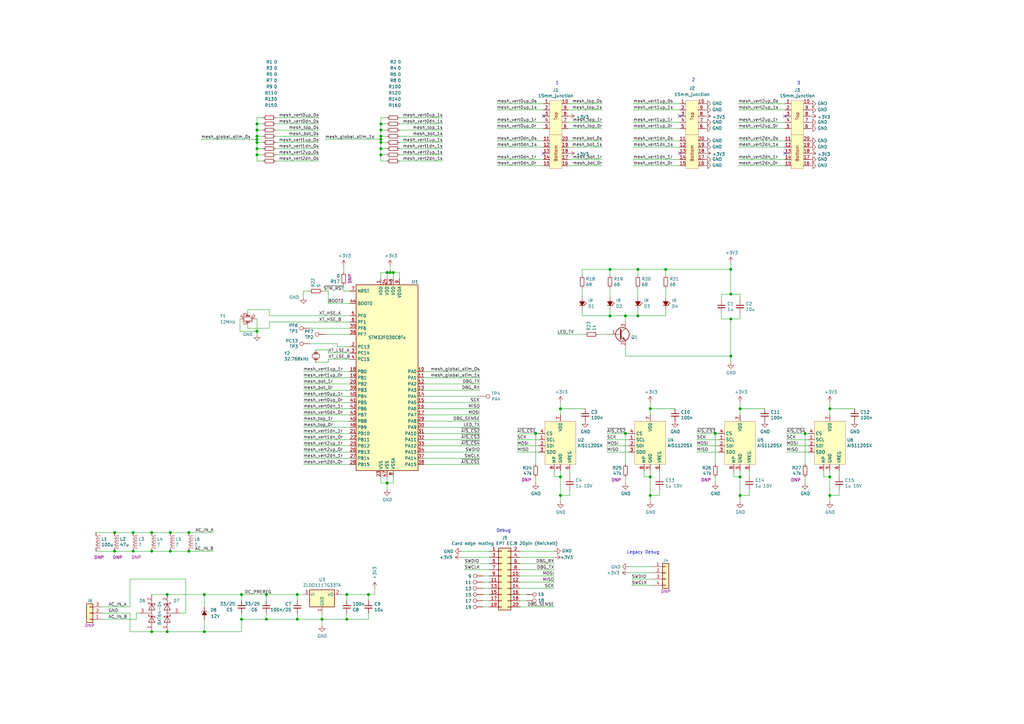
<source format=kicad_sch>
(kicad_sch (version 20200828) (generator eeschema)

  (page 1 1)

  (paper "A3")

  

  (junction (at 46.99 218.44) (diameter 1.016) (color 0 0 0 0))
  (junction (at 46.99 226.06) (diameter 1.016) (color 0 0 0 0))
  (junction (at 54.61 218.44) (diameter 1.016) (color 0 0 0 0))
  (junction (at 54.61 226.06) (diameter 1.016) (color 0 0 0 0))
  (junction (at 62.23 218.44) (diameter 1.016) (color 0 0 0 0))
  (junction (at 62.23 226.06) (diameter 1.016) (color 0 0 0 0))
  (junction (at 62.23 259.08) (diameter 1.016) (color 0 0 0 0))
  (junction (at 68.58 243.84) (diameter 1.016) (color 0 0 0 0))
  (junction (at 68.58 259.08) (diameter 1.016) (color 0 0 0 0))
  (junction (at 69.85 218.44) (diameter 1.016) (color 0 0 0 0))
  (junction (at 69.85 226.06) (diameter 1.016) (color 0 0 0 0))
  (junction (at 77.47 218.44) (diameter 1.016) (color 0 0 0 0))
  (junction (at 77.47 226.06) (diameter 1.016) (color 0 0 0 0))
  (junction (at 83.82 243.84) (diameter 1.016) (color 0 0 0 0))
  (junction (at 83.82 259.08) (diameter 1.016) (color 0 0 0 0))
  (junction (at 99.06 243.84) (diameter 1.016) (color 0 0 0 0))
  (junction (at 99.06 254) (diameter 1.016) (color 0 0 0 0))
  (junction (at 105.41 50.8) (diameter 1.016) (color 0 0 0 0))
  (junction (at 105.41 53.34) (diameter 1.016) (color 0 0 0 0))
  (junction (at 105.41 55.88) (diameter 1.016) (color 0 0 0 0))
  (junction (at 105.41 57.15) (diameter 1.016) (color 0 0 0 0))
  (junction (at 105.41 58.42) (diameter 1.016) (color 0 0 0 0))
  (junction (at 105.41 60.96) (diameter 1.016) (color 0 0 0 0))
  (junction (at 105.41 63.5) (diameter 1.016) (color 0 0 0 0))
  (junction (at 105.41 135.89) (diameter 1.016) (color 0 0 0 0))
  (junction (at 109.22 243.84) (diameter 1.016) (color 0 0 0 0))
  (junction (at 109.22 254) (diameter 1.016) (color 0 0 0 0))
  (junction (at 121.92 243.84) (diameter 1.016) (color 0 0 0 0))
  (junction (at 121.92 254) (diameter 1.016) (color 0 0 0 0))
  (junction (at 132.08 254) (diameter 1.016) (color 0 0 0 0))
  (junction (at 142.24 243.84) (diameter 1.016) (color 0 0 0 0))
  (junction (at 142.24 254) (diameter 1.016) (color 0 0 0 0))
  (junction (at 151.13 243.84) (diameter 1.016) (color 0 0 0 0))
  (junction (at 156.21 50.8) (diameter 1.016) (color 0 0 0 0))
  (junction (at 156.21 53.34) (diameter 1.016) (color 0 0 0 0))
  (junction (at 156.21 55.88) (diameter 1.016) (color 0 0 0 0))
  (junction (at 156.21 57.15) (diameter 1.016) (color 0 0 0 0))
  (junction (at 156.21 58.42) (diameter 1.016) (color 0 0 0 0))
  (junction (at 156.21 60.96) (diameter 1.016) (color 0 0 0 0))
  (junction (at 156.21 63.5) (diameter 1.016) (color 0 0 0 0))
  (junction (at 158.75 111.76) (diameter 1.016) (color 0 0 0 0))
  (junction (at 158.75 198.12) (diameter 1.016) (color 0 0 0 0))
  (junction (at 160.02 111.76) (diameter 1.016) (color 0 0 0 0))
  (junction (at 161.29 111.76) (diameter 1.016) (color 0 0 0 0))
  (junction (at 219.71 177.8) (diameter 1.016) (color 0 0 0 0))
  (junction (at 229.87 167.64) (diameter 1.016) (color 0 0 0 0))
  (junction (at 229.87 195.58) (diameter 1.016) (color 0 0 0 0))
  (junction (at 229.87 203.2) (diameter 1.016) (color 0 0 0 0))
  (junction (at 250.19 110.49) (diameter 1.016) (color 0 0 0 0))
  (junction (at 250.19 129.54) (diameter 1.016) (color 0 0 0 0))
  (junction (at 256.54 129.54) (diameter 1.016) (color 0 0 0 0))
  (junction (at 256.54 177.8) (diameter 1.016) (color 0 0 0 0))
  (junction (at 261.62 110.49) (diameter 1.016) (color 0 0 0 0))
  (junction (at 261.62 129.54) (diameter 1.016) (color 0 0 0 0))
  (junction (at 266.7 167.64) (diameter 1.016) (color 0 0 0 0))
  (junction (at 266.7 195.58) (diameter 1.016) (color 0 0 0 0))
  (junction (at 266.7 203.2) (diameter 1.016) (color 0 0 0 0))
  (junction (at 273.05 110.49) (diameter 1.016) (color 0 0 0 0))
  (junction (at 293.37 177.8) (diameter 1.016) (color 0 0 0 0))
  (junction (at 299.72 110.49) (diameter 1.016) (color 0 0 0 0))
  (junction (at 299.72 120.65) (diameter 1.016) (color 0 0 0 0))
  (junction (at 299.72 130.81) (diameter 1.016) (color 0 0 0 0))
  (junction (at 299.72 146.05) (diameter 1.016) (color 0 0 0 0))
  (junction (at 303.53 167.64) (diameter 1.016) (color 0 0 0 0))
  (junction (at 303.53 195.58) (diameter 1.016) (color 0 0 0 0))
  (junction (at 303.53 203.2) (diameter 1.016) (color 0 0 0 0))
  (junction (at 330.2 177.8) (diameter 1.016) (color 0 0 0 0))
  (junction (at 340.36 167.64) (diameter 1.016) (color 0 0 0 0))
  (junction (at 340.36 195.58) (diameter 1.016) (color 0 0 0 0))
  (junction (at 340.36 203.2) (diameter 1.016) (color 0 0 0 0))

  (no_connect (at 278.765 47.625))
  (no_connect (at 278.765 62.865))
  (no_connect (at 321.945 47.625))
  (no_connect (at 321.945 62.865))
  (no_connect (at 222.885 47.625))
  (no_connect (at 222.885 62.865))

  (wire (pts (xy 39.37 218.44) (xy 46.99 218.44))
    (stroke (width 0) (type solid) (color 0 0 0 0))
  )
  (wire (pts (xy 39.37 226.06) (xy 46.99 226.06))
    (stroke (width 0) (type solid) (color 0 0 0 0))
  )
  (wire (pts (xy 41.91 248.92) (xy 53.34 248.92))
    (stroke (width 0) (type solid) (color 0 0 0 0))
  )
  (wire (pts (xy 41.91 251.46) (xy 53.34 251.46))
    (stroke (width 0) (type solid) (color 0 0 0 0))
  )
  (wire (pts (xy 46.99 218.44) (xy 54.61 218.44))
    (stroke (width 0) (type solid) (color 0 0 0 0))
  )
  (wire (pts (xy 46.99 226.06) (xy 54.61 226.06))
    (stroke (width 0) (type solid) (color 0 0 0 0))
  )
  (wire (pts (xy 53.34 237.49) (xy 76.2 237.49))
    (stroke (width 0) (type solid) (color 0 0 0 0))
  )
  (wire (pts (xy 53.34 248.92) (xy 53.34 237.49))
    (stroke (width 0) (type solid) (color 0 0 0 0))
  )
  (wire (pts (xy 53.34 251.46) (xy 53.34 259.08))
    (stroke (width 0) (type solid) (color 0 0 0 0))
  )
  (wire (pts (xy 53.34 259.08) (xy 62.23 259.08))
    (stroke (width 0) (type solid) (color 0 0 0 0))
  )
  (wire (pts (xy 54.61 218.44) (xy 62.23 218.44))
    (stroke (width 0) (type solid) (color 0 0 0 0))
  )
  (wire (pts (xy 54.61 226.06) (xy 62.23 226.06))
    (stroke (width 0) (type solid) (color 0 0 0 0))
  )
  (wire (pts (xy 55.88 251.46) (xy 55.88 254))
    (stroke (width 0) (type solid) (color 0 0 0 0))
  )
  (wire (pts (xy 55.88 254) (xy 41.91 254))
    (stroke (width 0) (type solid) (color 0 0 0 0))
  )
  (wire (pts (xy 57.15 251.46) (xy 55.88 251.46))
    (stroke (width 0) (type solid) (color 0 0 0 0))
  )
  (wire (pts (xy 62.23 218.44) (xy 69.85 218.44))
    (stroke (width 0) (type solid) (color 0 0 0 0))
  )
  (wire (pts (xy 62.23 226.06) (xy 69.85 226.06))
    (stroke (width 0) (type solid) (color 0 0 0 0))
  )
  (wire (pts (xy 62.23 243.84) (xy 68.58 243.84))
    (stroke (width 0) (type solid) (color 0 0 0 0))
  )
  (wire (pts (xy 68.58 243.84) (xy 83.82 243.84))
    (stroke (width 0) (type solid) (color 0 0 0 0))
  )
  (wire (pts (xy 68.58 259.08) (xy 62.23 259.08))
    (stroke (width 0) (type solid) (color 0 0 0 0))
  )
  (wire (pts (xy 68.58 259.08) (xy 83.82 259.08))
    (stroke (width 0) (type solid) (color 0 0 0 0))
  )
  (wire (pts (xy 69.85 218.44) (xy 77.47 218.44))
    (stroke (width 0) (type solid) (color 0 0 0 0))
  )
  (wire (pts (xy 69.85 226.06) (xy 77.47 226.06))
    (stroke (width 0) (type solid) (color 0 0 0 0))
  )
  (wire (pts (xy 76.2 237.49) (xy 76.2 251.46))
    (stroke (width 0) (type solid) (color 0 0 0 0))
  )
  (wire (pts (xy 76.2 251.46) (xy 73.66 251.46))
    (stroke (width 0) (type solid) (color 0 0 0 0))
  )
  (wire (pts (xy 77.47 218.44) (xy 87.63 218.44))
    (stroke (width 0) (type solid) (color 0 0 0 0))
  )
  (wire (pts (xy 77.47 226.06) (xy 87.63 226.06))
    (stroke (width 0) (type solid) (color 0 0 0 0))
  )
  (wire (pts (xy 82.55 57.15) (xy 105.41 57.15))
    (stroke (width 0) (type solid) (color 0 0 0 0))
  )
  (wire (pts (xy 83.82 243.84) (xy 83.82 248.92))
    (stroke (width 0) (type solid) (color 0 0 0 0))
  )
  (wire (pts (xy 83.82 243.84) (xy 99.06 243.84))
    (stroke (width 0) (type solid) (color 0 0 0 0))
  )
  (wire (pts (xy 83.82 254) (xy 83.82 259.08))
    (stroke (width 0) (type solid) (color 0 0 0 0))
  )
  (wire (pts (xy 98.425 130.81) (xy 98.425 135.89))
    (stroke (width 0) (type solid) (color 0 0 0 0))
  )
  (wire (pts (xy 99.06 243.84) (xy 99.06 246.38))
    (stroke (width 0) (type solid) (color 0 0 0 0))
  )
  (wire (pts (xy 99.06 243.84) (xy 109.22 243.84))
    (stroke (width 0) (type solid) (color 0 0 0 0))
  )
  (wire (pts (xy 99.06 251.46) (xy 99.06 254))
    (stroke (width 0) (type solid) (color 0 0 0 0))
  )
  (wire (pts (xy 99.06 254) (xy 99.06 259.08))
    (stroke (width 0) (type solid) (color 0 0 0 0))
  )
  (wire (pts (xy 99.06 254) (xy 109.22 254))
    (stroke (width 0) (type solid) (color 0 0 0 0))
  )
  (wire (pts (xy 99.06 259.08) (xy 83.82 259.08))
    (stroke (width 0) (type solid) (color 0 0 0 0))
  )
  (wire (pts (xy 101.6 127) (xy 101.6 128.27))
    (stroke (width 0) (type solid) (color 0 0 0 0))
  )
  (wire (pts (xy 101.6 133.35) (xy 101.6 134.62))
    (stroke (width 0) (type solid) (color 0 0 0 0))
  )
  (wire (pts (xy 101.6 134.62) (xy 110.49 134.62))
    (stroke (width 0) (type solid) (color 0 0 0 0))
  )
  (wire (pts (xy 104.775 130.81) (xy 105.41 130.81))
    (stroke (width 0) (type solid) (color 0 0 0 0))
  )
  (wire (pts (xy 105.41 48.26) (xy 105.41 50.8))
    (stroke (width 0) (type solid) (color 0 0 0 0))
  )
  (wire (pts (xy 105.41 50.8) (xy 105.41 53.34))
    (stroke (width 0) (type solid) (color 0 0 0 0))
  )
  (wire (pts (xy 105.41 50.8) (xy 107.95 50.8))
    (stroke (width 0) (type solid) (color 0 0 0 0))
  )
  (wire (pts (xy 105.41 53.34) (xy 105.41 55.88))
    (stroke (width 0) (type solid) (color 0 0 0 0))
  )
  (wire (pts (xy 105.41 53.34) (xy 107.95 53.34))
    (stroke (width 0) (type solid) (color 0 0 0 0))
  )
  (wire (pts (xy 105.41 55.88) (xy 105.41 57.15))
    (stroke (width 0) (type solid) (color 0 0 0 0))
  )
  (wire (pts (xy 105.41 55.88) (xy 107.95 55.88))
    (stroke (width 0) (type solid) (color 0 0 0 0))
  )
  (wire (pts (xy 105.41 57.15) (xy 105.41 58.42))
    (stroke (width 0) (type solid) (color 0 0 0 0))
  )
  (wire (pts (xy 105.41 58.42) (xy 105.41 60.96))
    (stroke (width 0) (type solid) (color 0 0 0 0))
  )
  (wire (pts (xy 105.41 58.42) (xy 107.95 58.42))
    (stroke (width 0) (type solid) (color 0 0 0 0))
  )
  (wire (pts (xy 105.41 60.96) (xy 105.41 63.5))
    (stroke (width 0) (type solid) (color 0 0 0 0))
  )
  (wire (pts (xy 105.41 60.96) (xy 107.95 60.96))
    (stroke (width 0) (type solid) (color 0 0 0 0))
  )
  (wire (pts (xy 105.41 63.5) (xy 105.41 66.04))
    (stroke (width 0) (type solid) (color 0 0 0 0))
  )
  (wire (pts (xy 105.41 63.5) (xy 107.95 63.5))
    (stroke (width 0) (type solid) (color 0 0 0 0))
  )
  (wire (pts (xy 105.41 66.04) (xy 107.95 66.04))
    (stroke (width 0) (type solid) (color 0 0 0 0))
  )
  (wire (pts (xy 105.41 130.81) (xy 105.41 135.89))
    (stroke (width 0) (type solid) (color 0 0 0 0))
  )
  (wire (pts (xy 105.41 135.89) (xy 98.425 135.89))
    (stroke (width 0) (type solid) (color 0 0 0 0))
  )
  (wire (pts (xy 105.41 135.89) (xy 105.41 137.16))
    (stroke (width 0) (type solid) (color 0 0 0 0))
  )
  (wire (pts (xy 107.95 48.26) (xy 105.41 48.26))
    (stroke (width 0) (type solid) (color 0 0 0 0))
  )
  (wire (pts (xy 109.22 243.84) (xy 109.22 246.38))
    (stroke (width 0) (type solid) (color 0 0 0 0))
  )
  (wire (pts (xy 109.22 243.84) (xy 121.92 243.84))
    (stroke (width 0) (type solid) (color 0 0 0 0))
  )
  (wire (pts (xy 109.22 254) (xy 109.22 251.46))
    (stroke (width 0) (type solid) (color 0 0 0 0))
  )
  (wire (pts (xy 110.49 127) (xy 101.6 127))
    (stroke (width 0) (type solid) (color 0 0 0 0))
  )
  (wire (pts (xy 110.49 129.54) (xy 110.49 127))
    (stroke (width 0) (type solid) (color 0 0 0 0))
  )
  (wire (pts (xy 110.49 132.08) (xy 143.51 132.08))
    (stroke (width 0) (type solid) (color 0 0 0 0))
  )
  (wire (pts (xy 110.49 134.62) (xy 110.49 132.08))
    (stroke (width 0) (type solid) (color 0 0 0 0))
  )
  (wire (pts (xy 113.03 48.26) (xy 130.81 48.26))
    (stroke (width 0) (type solid) (color 0 0 0 0))
  )
  (wire (pts (xy 113.03 50.8) (xy 130.81 50.8))
    (stroke (width 0) (type solid) (color 0 0 0 0))
  )
  (wire (pts (xy 113.03 53.34) (xy 130.81 53.34))
    (stroke (width 0) (type solid) (color 0 0 0 0))
  )
  (wire (pts (xy 113.03 55.88) (xy 130.81 55.88))
    (stroke (width 0) (type solid) (color 0 0 0 0))
  )
  (wire (pts (xy 113.03 58.42) (xy 130.81 58.42))
    (stroke (width 0) (type solid) (color 0 0 0 0))
  )
  (wire (pts (xy 113.03 60.96) (xy 130.81 60.96))
    (stroke (width 0) (type solid) (color 0 0 0 0))
  )
  (wire (pts (xy 113.03 63.5) (xy 130.81 63.5))
    (stroke (width 0) (type solid) (color 0 0 0 0))
  )
  (wire (pts (xy 113.03 66.04) (xy 130.81 66.04))
    (stroke (width 0) (type solid) (color 0 0 0 0))
  )
  (wire (pts (xy 121.92 243.84) (xy 121.92 246.38))
    (stroke (width 0) (type solid) (color 0 0 0 0))
  )
  (wire (pts (xy 121.92 243.84) (xy 124.46 243.84))
    (stroke (width 0) (type solid) (color 0 0 0 0))
  )
  (wire (pts (xy 121.92 251.46) (xy 121.92 254))
    (stroke (width 0) (type solid) (color 0 0 0 0))
  )
  (wire (pts (xy 121.92 254) (xy 109.22 254))
    (stroke (width 0) (type solid) (color 0 0 0 0))
  )
  (wire (pts (xy 124.46 119.38) (xy 124.46 121.92))
    (stroke (width 0) (type solid) (color 0 0 0 0))
  )
  (wire (pts (xy 124.46 152.4) (xy 143.51 152.4))
    (stroke (width 0) (type solid) (color 0 0 0 0))
  )
  (wire (pts (xy 124.46 154.94) (xy 143.51 154.94))
    (stroke (width 0) (type solid) (color 0 0 0 0))
  )
  (wire (pts (xy 124.46 157.48) (xy 143.51 157.48))
    (stroke (width 0) (type solid) (color 0 0 0 0))
  )
  (wire (pts (xy 124.46 160.02) (xy 143.51 160.02))
    (stroke (width 0) (type solid) (color 0 0 0 0))
  )
  (wire (pts (xy 124.46 162.56) (xy 143.51 162.56))
    (stroke (width 0) (type solid) (color 0 0 0 0))
  )
  (wire (pts (xy 124.46 165.1) (xy 143.51 165.1))
    (stroke (width 0) (type solid) (color 0 0 0 0))
  )
  (wire (pts (xy 124.46 167.64) (xy 143.51 167.64))
    (stroke (width 0) (type solid) (color 0 0 0 0))
  )
  (wire (pts (xy 124.46 170.18) (xy 143.51 170.18))
    (stroke (width 0) (type solid) (color 0 0 0 0))
  )
  (wire (pts (xy 124.46 172.72) (xy 143.51 172.72))
    (stroke (width 0) (type solid) (color 0 0 0 0))
  )
  (wire (pts (xy 124.46 175.26) (xy 143.51 175.26))
    (stroke (width 0) (type solid) (color 0 0 0 0))
  )
  (wire (pts (xy 124.46 177.8) (xy 143.51 177.8))
    (stroke (width 0) (type solid) (color 0 0 0 0))
  )
  (wire (pts (xy 124.46 180.34) (xy 143.51 180.34))
    (stroke (width 0) (type solid) (color 0 0 0 0))
  )
  (wire (pts (xy 124.46 182.88) (xy 143.51 182.88))
    (stroke (width 0) (type solid) (color 0 0 0 0))
  )
  (wire (pts (xy 124.46 185.42) (xy 143.51 185.42))
    (stroke (width 0) (type solid) (color 0 0 0 0))
  )
  (wire (pts (xy 124.46 187.96) (xy 143.51 187.96))
    (stroke (width 0) (type solid) (color 0 0 0 0))
  )
  (wire (pts (xy 124.46 190.5) (xy 143.51 190.5))
    (stroke (width 0) (type solid) (color 0 0 0 0))
  )
  (wire (pts (xy 127 119.38) (xy 124.46 119.38))
    (stroke (width 0) (type solid) (color 0 0 0 0))
  )
  (wire (pts (xy 127 134.62) (xy 143.51 134.62))
    (stroke (width 0) (type solid) (color 0 0 0 0))
  )
  (wire (pts (xy 127 140.97) (xy 138.43 140.97))
    (stroke (width 0) (type solid) (color 0 0 0 0))
  )
  (wire (pts (xy 129.54 148.59) (xy 134.62 148.59))
    (stroke (width 0) (type solid) (color 0 0 0 0))
  )
  (wire (pts (xy 132.08 119.38) (xy 134.62 119.38))
    (stroke (width 0) (type solid) (color 0 0 0 0))
  )
  (wire (pts (xy 132.08 251.46) (xy 132.08 254))
    (stroke (width 0) (type solid) (color 0 0 0 0))
  )
  (wire (pts (xy 132.08 254) (xy 121.92 254))
    (stroke (width 0) (type solid) (color 0 0 0 0))
  )
  (wire (pts (xy 132.08 254) (xy 132.08 256.54))
    (stroke (width 0) (type solid) (color 0 0 0 0))
  )
  (wire (pts (xy 132.08 254) (xy 142.24 254))
    (stroke (width 0) (type solid) (color 0 0 0 0))
  )
  (wire (pts (xy 133.35 57.15) (xy 156.21 57.15))
    (stroke (width 0) (type solid) (color 0 0 0 0))
  )
  (wire (pts (xy 133.35 137.16) (xy 143.51 137.16))
    (stroke (width 0) (type solid) (color 0 0 0 0))
  )
  (wire (pts (xy 134.62 119.38) (xy 134.62 124.46))
    (stroke (width 0) (type solid) (color 0 0 0 0))
  )
  (wire (pts (xy 134.62 124.46) (xy 143.51 124.46))
    (stroke (width 0) (type solid) (color 0 0 0 0))
  )
  (wire (pts (xy 134.62 143.51) (xy 129.54 143.51))
    (stroke (width 0) (type solid) (color 0 0 0 0))
  )
  (wire (pts (xy 134.62 144.78) (xy 134.62 143.51))
    (stroke (width 0) (type solid) (color 0 0 0 0))
  )
  (wire (pts (xy 134.62 147.32) (xy 143.51 147.32))
    (stroke (width 0) (type solid) (color 0 0 0 0))
  )
  (wire (pts (xy 134.62 148.59) (xy 134.62 147.32))
    (stroke (width 0) (type solid) (color 0 0 0 0))
  )
  (wire (pts (xy 138.43 140.97) (xy 138.43 142.24))
    (stroke (width 0) (type solid) (color 0 0 0 0))
  )
  (wire (pts (xy 138.43 142.24) (xy 143.51 142.24))
    (stroke (width 0) (type solid) (color 0 0 0 0))
  )
  (wire (pts (xy 139.7 243.84) (xy 142.24 243.84))
    (stroke (width 0) (type solid) (color 0 0 0 0))
  )
  (wire (pts (xy 140.97 109.22) (xy 140.97 111.76))
    (stroke (width 0) (type solid) (color 0 0 0 0))
  )
  (wire (pts (xy 140.97 116.84) (xy 140.97 119.38))
    (stroke (width 0) (type solid) (color 0 0 0 0))
  )
  (wire (pts (xy 140.97 119.38) (xy 143.51 119.38))
    (stroke (width 0) (type solid) (color 0 0 0 0))
  )
  (wire (pts (xy 142.24 243.84) (xy 142.24 246.38))
    (stroke (width 0) (type solid) (color 0 0 0 0))
  )
  (wire (pts (xy 142.24 243.84) (xy 151.13 243.84))
    (stroke (width 0) (type solid) (color 0 0 0 0))
  )
  (wire (pts (xy 142.24 251.46) (xy 142.24 254))
    (stroke (width 0) (type solid) (color 0 0 0 0))
  )
  (wire (pts (xy 142.24 254) (xy 151.13 254))
    (stroke (width 0) (type solid) (color 0 0 0 0))
  )
  (wire (pts (xy 143.51 129.54) (xy 110.49 129.54))
    (stroke (width 0) (type solid) (color 0 0 0 0))
  )
  (wire (pts (xy 143.51 144.78) (xy 134.62 144.78))
    (stroke (width 0) (type solid) (color 0 0 0 0))
  )
  (wire (pts (xy 151.13 243.84) (xy 151.13 246.38))
    (stroke (width 0) (type solid) (color 0 0 0 0))
  )
  (wire (pts (xy 151.13 254) (xy 151.13 251.46))
    (stroke (width 0) (type solid) (color 0 0 0 0))
  )
  (wire (pts (xy 153.67 241.3) (xy 153.67 243.84))
    (stroke (width 0) (type solid) (color 0 0 0 0))
  )
  (wire (pts (xy 153.67 243.84) (xy 151.13 243.84))
    (stroke (width 0) (type solid) (color 0 0 0 0))
  )
  (wire (pts (xy 156.21 48.26) (xy 156.21 50.8))
    (stroke (width 0) (type solid) (color 0 0 0 0))
  )
  (wire (pts (xy 156.21 50.8) (xy 156.21 53.34))
    (stroke (width 0) (type solid) (color 0 0 0 0))
  )
  (wire (pts (xy 156.21 50.8) (xy 158.75 50.8))
    (stroke (width 0) (type solid) (color 0 0 0 0))
  )
  (wire (pts (xy 156.21 53.34) (xy 156.21 55.88))
    (stroke (width 0) (type solid) (color 0 0 0 0))
  )
  (wire (pts (xy 156.21 53.34) (xy 158.75 53.34))
    (stroke (width 0) (type solid) (color 0 0 0 0))
  )
  (wire (pts (xy 156.21 55.88) (xy 156.21 57.15))
    (stroke (width 0) (type solid) (color 0 0 0 0))
  )
  (wire (pts (xy 156.21 55.88) (xy 158.75 55.88))
    (stroke (width 0) (type solid) (color 0 0 0 0))
  )
  (wire (pts (xy 156.21 57.15) (xy 156.21 58.42))
    (stroke (width 0) (type solid) (color 0 0 0 0))
  )
  (wire (pts (xy 156.21 58.42) (xy 156.21 60.96))
    (stroke (width 0) (type solid) (color 0 0 0 0))
  )
  (wire (pts (xy 156.21 58.42) (xy 158.75 58.42))
    (stroke (width 0) (type solid) (color 0 0 0 0))
  )
  (wire (pts (xy 156.21 60.96) (xy 156.21 63.5))
    (stroke (width 0) (type solid) (color 0 0 0 0))
  )
  (wire (pts (xy 156.21 60.96) (xy 158.75 60.96))
    (stroke (width 0) (type solid) (color 0 0 0 0))
  )
  (wire (pts (xy 156.21 63.5) (xy 156.21 66.04))
    (stroke (width 0) (type solid) (color 0 0 0 0))
  )
  (wire (pts (xy 156.21 63.5) (xy 158.75 63.5))
    (stroke (width 0) (type solid) (color 0 0 0 0))
  )
  (wire (pts (xy 156.21 66.04) (xy 158.75 66.04))
    (stroke (width 0) (type solid) (color 0 0 0 0))
  )
  (wire (pts (xy 156.21 111.76) (xy 158.75 111.76))
    (stroke (width 0) (type solid) (color 0 0 0 0))
  )
  (wire (pts (xy 156.21 114.3) (xy 156.21 111.76))
    (stroke (width 0) (type solid) (color 0 0 0 0))
  )
  (wire (pts (xy 156.21 195.58) (xy 156.21 198.12))
    (stroke (width 0) (type solid) (color 0 0 0 0))
  )
  (wire (pts (xy 156.21 198.12) (xy 158.75 198.12))
    (stroke (width 0) (type solid) (color 0 0 0 0))
  )
  (wire (pts (xy 158.75 48.26) (xy 156.21 48.26))
    (stroke (width 0) (type solid) (color 0 0 0 0))
  )
  (wire (pts (xy 158.75 111.76) (xy 158.75 114.3))
    (stroke (width 0) (type solid) (color 0 0 0 0))
  )
  (wire (pts (xy 158.75 111.76) (xy 160.02 111.76))
    (stroke (width 0) (type solid) (color 0 0 0 0))
  )
  (wire (pts (xy 158.75 195.58) (xy 158.75 198.12))
    (stroke (width 0) (type solid) (color 0 0 0 0))
  )
  (wire (pts (xy 158.75 198.12) (xy 158.75 200.66))
    (stroke (width 0) (type solid) (color 0 0 0 0))
  )
  (wire (pts (xy 158.75 198.12) (xy 161.29 198.12))
    (stroke (width 0) (type solid) (color 0 0 0 0))
  )
  (wire (pts (xy 160.02 109.22) (xy 160.02 111.76))
    (stroke (width 0) (type solid) (color 0 0 0 0))
  )
  (wire (pts (xy 160.02 111.76) (xy 161.29 111.76))
    (stroke (width 0) (type solid) (color 0 0 0 0))
  )
  (wire (pts (xy 161.29 111.76) (xy 161.29 114.3))
    (stroke (width 0) (type solid) (color 0 0 0 0))
  )
  (wire (pts (xy 161.29 111.76) (xy 163.83 111.76))
    (stroke (width 0) (type solid) (color 0 0 0 0))
  )
  (wire (pts (xy 161.29 195.58) (xy 161.29 198.12))
    (stroke (width 0) (type solid) (color 0 0 0 0))
  )
  (wire (pts (xy 163.83 48.26) (xy 181.61 48.26))
    (stroke (width 0) (type solid) (color 0 0 0 0))
  )
  (wire (pts (xy 163.83 50.8) (xy 181.61 50.8))
    (stroke (width 0) (type solid) (color 0 0 0 0))
  )
  (wire (pts (xy 163.83 53.34) (xy 181.61 53.34))
    (stroke (width 0) (type solid) (color 0 0 0 0))
  )
  (wire (pts (xy 163.83 55.88) (xy 181.61 55.88))
    (stroke (width 0) (type solid) (color 0 0 0 0))
  )
  (wire (pts (xy 163.83 58.42) (xy 181.61 58.42))
    (stroke (width 0) (type solid) (color 0 0 0 0))
  )
  (wire (pts (xy 163.83 60.96) (xy 181.61 60.96))
    (stroke (width 0) (type solid) (color 0 0 0 0))
  )
  (wire (pts (xy 163.83 63.5) (xy 181.61 63.5))
    (stroke (width 0) (type solid) (color 0 0 0 0))
  )
  (wire (pts (xy 163.83 66.04) (xy 181.61 66.04))
    (stroke (width 0) (type solid) (color 0 0 0 0))
  )
  (wire (pts (xy 163.83 111.76) (xy 163.83 114.3))
    (stroke (width 0) (type solid) (color 0 0 0 0))
  )
  (wire (pts (xy 173.99 152.4) (xy 196.85 152.4))
    (stroke (width 0) (type solid) (color 0 0 0 0))
  )
  (wire (pts (xy 173.99 154.94) (xy 196.85 154.94))
    (stroke (width 0) (type solid) (color 0 0 0 0))
  )
  (wire (pts (xy 173.99 157.48) (xy 196.85 157.48))
    (stroke (width 0) (type solid) (color 0 0 0 0))
  )
  (wire (pts (xy 173.99 160.02) (xy 196.85 160.02))
    (stroke (width 0) (type solid) (color 0 0 0 0))
  )
  (wire (pts (xy 173.99 162.56) (xy 196.85 162.56))
    (stroke (width 0) (type solid) (color 0 0 0 0))
  )
  (wire (pts (xy 173.99 165.1) (xy 196.85 165.1))
    (stroke (width 0) (type solid) (color 0 0 0 0))
  )
  (wire (pts (xy 173.99 167.64) (xy 196.85 167.64))
    (stroke (width 0) (type solid) (color 0 0 0 0))
  )
  (wire (pts (xy 173.99 170.18) (xy 196.85 170.18))
    (stroke (width 0) (type solid) (color 0 0 0 0))
  )
  (wire (pts (xy 173.99 172.72) (xy 196.85 172.72))
    (stroke (width 0) (type solid) (color 0 0 0 0))
  )
  (wire (pts (xy 173.99 175.26) (xy 196.85 175.26))
    (stroke (width 0) (type solid) (color 0 0 0 0))
  )
  (wire (pts (xy 173.99 177.8) (xy 196.85 177.8))
    (stroke (width 0) (type solid) (color 0 0 0 0))
  )
  (wire (pts (xy 173.99 180.34) (xy 196.85 180.34))
    (stroke (width 0) (type solid) (color 0 0 0 0))
  )
  (wire (pts (xy 173.99 182.88) (xy 196.85 182.88))
    (stroke (width 0) (type solid) (color 0 0 0 0))
  )
  (wire (pts (xy 173.99 185.42) (xy 196.85 185.42))
    (stroke (width 0) (type solid) (color 0 0 0 0))
  )
  (wire (pts (xy 173.99 187.96) (xy 196.85 187.96))
    (stroke (width 0) (type solid) (color 0 0 0 0))
  )
  (wire (pts (xy 173.99 190.5) (xy 196.85 190.5))
    (stroke (width 0) (type solid) (color 0 0 0 0))
  )
  (wire (pts (xy 189.23 226.06) (xy 200.66 226.06))
    (stroke (width 0) (type solid) (color 0 0 0 0))
  )
  (wire (pts (xy 189.23 228.6) (xy 200.66 228.6))
    (stroke (width 0) (type solid) (color 0 0 0 0))
  )
  (wire (pts (xy 190.5 231.14) (xy 200.66 231.14))
    (stroke (width 0) (type solid) (color 0 0 0 0))
  )
  (wire (pts (xy 190.5 233.68) (xy 200.66 233.68))
    (stroke (width 0) (type solid) (color 0 0 0 0))
  )
  (wire (pts (xy 198.12 236.22) (xy 200.66 236.22))
    (stroke (width 0) (type solid) (color 0 0 0 0))
  )
  (wire (pts (xy 198.12 238.76) (xy 200.66 238.76))
    (stroke (width 0) (type solid) (color 0 0 0 0))
  )
  (wire (pts (xy 198.12 241.3) (xy 200.66 241.3))
    (stroke (width 0) (type solid) (color 0 0 0 0))
  )
  (wire (pts (xy 198.12 243.84) (xy 200.66 243.84))
    (stroke (width 0) (type solid) (color 0 0 0 0))
  )
  (wire (pts (xy 198.12 246.38) (xy 200.66 246.38))
    (stroke (width 0) (type solid) (color 0 0 0 0))
  )
  (wire (pts (xy 198.12 248.92) (xy 200.66 248.92))
    (stroke (width 0) (type solid) (color 0 0 0 0))
  )
  (wire (pts (xy 203.835 42.545) (xy 222.885 42.545))
    (stroke (width 0) (type solid) (color 0 0 0 0))
  )
  (wire (pts (xy 203.835 45.085) (xy 222.885 45.085))
    (stroke (width 0) (type solid) (color 0 0 0 0))
  )
  (wire (pts (xy 203.835 50.165) (xy 222.885 50.165))
    (stroke (width 0) (type solid) (color 0 0 0 0))
  )
  (wire (pts (xy 203.835 52.705) (xy 222.885 52.705))
    (stroke (width 0) (type solid) (color 0 0 0 0))
  )
  (wire (pts (xy 203.835 57.785) (xy 222.885 57.785))
    (stroke (width 0) (type solid) (color 0 0 0 0))
  )
  (wire (pts (xy 203.835 60.325) (xy 222.885 60.325))
    (stroke (width 0) (type solid) (color 0 0 0 0))
  )
  (wire (pts (xy 203.835 65.405) (xy 222.885 65.405))
    (stroke (width 0) (type solid) (color 0 0 0 0))
  )
  (wire (pts (xy 203.835 67.945) (xy 222.885 67.945))
    (stroke (width 0) (type solid) (color 0 0 0 0))
  )
  (wire (pts (xy 212.09 177.8) (xy 219.71 177.8))
    (stroke (width 0) (type solid) (color 0 0 0 0))
  )
  (wire (pts (xy 212.09 180.34) (xy 220.98 180.34))
    (stroke (width 0) (type solid) (color 0 0 0 0))
  )
  (wire (pts (xy 212.09 182.88) (xy 220.98 182.88))
    (stroke (width 0) (type solid) (color 0 0 0 0))
  )
  (wire (pts (xy 212.09 185.42) (xy 220.98 185.42))
    (stroke (width 0) (type solid) (color 0 0 0 0))
  )
  (wire (pts (xy 213.36 226.06) (xy 227.33 226.06))
    (stroke (width 0) (type solid) (color 0 0 0 0))
  )
  (wire (pts (xy 213.36 228.6) (xy 227.33 228.6))
    (stroke (width 0) (type solid) (color 0 0 0 0))
  )
  (wire (pts (xy 213.36 231.14) (xy 227.33 231.14))
    (stroke (width 0) (type solid) (color 0 0 0 0))
  )
  (wire (pts (xy 213.36 233.68) (xy 227.33 233.68))
    (stroke (width 0) (type solid) (color 0 0 0 0))
  )
  (wire (pts (xy 213.36 236.22) (xy 227.33 236.22))
    (stroke (width 0) (type solid) (color 0 0 0 0))
  )
  (wire (pts (xy 213.36 238.76) (xy 227.33 238.76))
    (stroke (width 0) (type solid) (color 0 0 0 0))
  )
  (wire (pts (xy 213.36 241.3) (xy 227.33 241.3))
    (stroke (width 0) (type solid) (color 0 0 0 0))
  )
  (wire (pts (xy 213.36 243.84) (xy 215.9 243.84))
    (stroke (width 0) (type solid) (color 0 0 0 0))
  )
  (wire (pts (xy 213.36 246.38) (xy 215.9 246.38))
    (stroke (width 0) (type solid) (color 0 0 0 0))
  )
  (wire (pts (xy 213.36 248.92) (xy 227.33 248.92))
    (stroke (width 0) (type solid) (color 0 0 0 0))
  )
  (wire (pts (xy 219.71 177.8) (xy 219.71 190.5))
    (stroke (width 0) (type solid) (color 0 0 0 0))
  )
  (wire (pts (xy 219.71 177.8) (xy 220.98 177.8))
    (stroke (width 0) (type solid) (color 0 0 0 0))
  )
  (wire (pts (xy 219.71 195.58) (xy 219.71 198.12))
    (stroke (width 0) (type solid) (color 0 0 0 0))
  )
  (wire (pts (xy 227.33 193.04) (xy 227.33 195.58))
    (stroke (width 0) (type solid) (color 0 0 0 0))
  )
  (wire (pts (xy 227.33 195.58) (xy 229.87 195.58))
    (stroke (width 0) (type solid) (color 0 0 0 0))
  )
  (wire (pts (xy 228.6 137.16) (xy 240.03 137.16))
    (stroke (width 0) (type solid) (color 0 0 0 0))
  )
  (wire (pts (xy 229.87 165.1) (xy 229.87 167.64))
    (stroke (width 0) (type solid) (color 0 0 0 0))
  )
  (wire (pts (xy 229.87 167.64) (xy 229.87 170.18))
    (stroke (width 0) (type solid) (color 0 0 0 0))
  )
  (wire (pts (xy 229.87 193.04) (xy 229.87 195.58))
    (stroke (width 0) (type solid) (color 0 0 0 0))
  )
  (wire (pts (xy 229.87 195.58) (xy 229.87 203.2))
    (stroke (width 0) (type solid) (color 0 0 0 0))
  )
  (wire (pts (xy 229.87 203.2) (xy 229.87 205.74))
    (stroke (width 0) (type solid) (color 0 0 0 0))
  )
  (wire (pts (xy 233.045 42.545) (xy 247.015 42.545))
    (stroke (width 0) (type solid) (color 0 0 0 0))
  )
  (wire (pts (xy 233.045 45.085) (xy 247.015 45.085))
    (stroke (width 0) (type solid) (color 0 0 0 0))
  )
  (wire (pts (xy 233.045 50.165) (xy 247.015 50.165))
    (stroke (width 0) (type solid) (color 0 0 0 0))
  )
  (wire (pts (xy 233.045 52.705) (xy 247.015 52.705))
    (stroke (width 0) (type solid) (color 0 0 0 0))
  )
  (wire (pts (xy 233.045 57.785) (xy 247.015 57.785))
    (stroke (width 0) (type solid) (color 0 0 0 0))
  )
  (wire (pts (xy 233.045 60.325) (xy 247.015 60.325))
    (stroke (width 0) (type solid) (color 0 0 0 0))
  )
  (wire (pts (xy 233.045 65.405) (xy 247.015 65.405))
    (stroke (width 0) (type solid) (color 0 0 0 0))
  )
  (wire (pts (xy 233.045 67.945) (xy 247.015 67.945))
    (stroke (width 0) (type solid) (color 0 0 0 0))
  )
  (wire (pts (xy 233.68 193.04) (xy 233.68 195.58))
    (stroke (width 0) (type solid) (color 0 0 0 0))
  )
  (wire (pts (xy 233.68 200.66) (xy 233.68 203.2))
    (stroke (width 0) (type solid) (color 0 0 0 0))
  )
  (wire (pts (xy 233.68 203.2) (xy 229.87 203.2))
    (stroke (width 0) (type solid) (color 0 0 0 0))
  )
  (wire (pts (xy 238.76 110.49) (xy 250.19 110.49))
    (stroke (width 0) (type solid) (color 0 0 0 0))
  )
  (wire (pts (xy 238.76 113.03) (xy 238.76 110.49))
    (stroke (width 0) (type solid) (color 0 0 0 0))
  )
  (wire (pts (xy 238.76 118.11) (xy 238.76 121.92))
    (stroke (width 0) (type solid) (color 0 0 0 0))
  )
  (wire (pts (xy 238.76 129.54) (xy 238.76 127))
    (stroke (width 0) (type solid) (color 0 0 0 0))
  )
  (wire (pts (xy 240.03 167.64) (xy 229.87 167.64))
    (stroke (width 0) (type solid) (color 0 0 0 0))
  )
  (wire (pts (xy 245.11 137.16) (xy 248.92 137.16))
    (stroke (width 0) (type solid) (color 0 0 0 0))
  )
  (wire (pts (xy 248.92 177.8) (xy 256.54 177.8))
    (stroke (width 0) (type solid) (color 0 0 0 0))
  )
  (wire (pts (xy 248.92 180.34) (xy 257.81 180.34))
    (stroke (width 0) (type solid) (color 0 0 0 0))
  )
  (wire (pts (xy 248.92 182.88) (xy 257.81 182.88))
    (stroke (width 0) (type solid) (color 0 0 0 0))
  )
  (wire (pts (xy 248.92 185.42) (xy 257.81 185.42))
    (stroke (width 0) (type solid) (color 0 0 0 0))
  )
  (wire (pts (xy 250.19 110.49) (xy 250.19 113.03))
    (stroke (width 0) (type solid) (color 0 0 0 0))
  )
  (wire (pts (xy 250.19 110.49) (xy 261.62 110.49))
    (stroke (width 0) (type solid) (color 0 0 0 0))
  )
  (wire (pts (xy 250.19 118.11) (xy 250.19 121.92))
    (stroke (width 0) (type solid) (color 0 0 0 0))
  )
  (wire (pts (xy 250.19 127) (xy 250.19 129.54))
    (stroke (width 0) (type solid) (color 0 0 0 0))
  )
  (wire (pts (xy 250.19 129.54) (xy 238.76 129.54))
    (stroke (width 0) (type solid) (color 0 0 0 0))
  )
  (wire (pts (xy 256.54 129.54) (xy 250.19 129.54))
    (stroke (width 0) (type solid) (color 0 0 0 0))
  )
  (wire (pts (xy 256.54 129.54) (xy 256.54 132.08))
    (stroke (width 0) (type solid) (color 0 0 0 0))
  )
  (wire (pts (xy 256.54 146.05) (xy 256.54 142.24))
    (stroke (width 0) (type solid) (color 0 0 0 0))
  )
  (wire (pts (xy 256.54 146.05) (xy 299.72 146.05))
    (stroke (width 0) (type solid) (color 0 0 0 0))
  )
  (wire (pts (xy 256.54 177.8) (xy 256.54 190.5))
    (stroke (width 0) (type solid) (color 0 0 0 0))
  )
  (wire (pts (xy 256.54 177.8) (xy 257.81 177.8))
    (stroke (width 0) (type solid) (color 0 0 0 0))
  )
  (wire (pts (xy 256.54 195.58) (xy 256.54 198.12))
    (stroke (width 0) (type solid) (color 0 0 0 0))
  )
  (wire (pts (xy 257.81 232.41) (xy 267.97 232.41))
    (stroke (width 0) (type solid) (color 0 0 0 0))
  )
  (wire (pts (xy 257.81 234.95) (xy 267.97 234.95))
    (stroke (width 0) (type solid) (color 0 0 0 0))
  )
  (wire (pts (xy 259.08 237.49) (xy 267.97 237.49))
    (stroke (width 0) (type solid) (color 0 0 0 0))
  )
  (wire (pts (xy 259.08 240.03) (xy 267.97 240.03))
    (stroke (width 0) (type solid) (color 0 0 0 0))
  )
  (wire (pts (xy 259.715 42.545) (xy 278.765 42.545))
    (stroke (width 0) (type solid) (color 0 0 0 0))
  )
  (wire (pts (xy 259.715 45.085) (xy 278.765 45.085))
    (stroke (width 0) (type solid) (color 0 0 0 0))
  )
  (wire (pts (xy 259.715 50.165) (xy 278.765 50.165))
    (stroke (width 0) (type solid) (color 0 0 0 0))
  )
  (wire (pts (xy 259.715 52.705) (xy 278.765 52.705))
    (stroke (width 0) (type solid) (color 0 0 0 0))
  )
  (wire (pts (xy 259.715 57.785) (xy 278.765 57.785))
    (stroke (width 0) (type solid) (color 0 0 0 0))
  )
  (wire (pts (xy 259.715 60.325) (xy 278.765 60.325))
    (stroke (width 0) (type solid) (color 0 0 0 0))
  )
  (wire (pts (xy 259.715 65.405) (xy 278.765 65.405))
    (stroke (width 0) (type solid) (color 0 0 0 0))
  )
  (wire (pts (xy 259.715 67.945) (xy 278.765 67.945))
    (stroke (width 0) (type solid) (color 0 0 0 0))
  )
  (wire (pts (xy 261.62 110.49) (xy 261.62 113.03))
    (stroke (width 0) (type solid) (color 0 0 0 0))
  )
  (wire (pts (xy 261.62 110.49) (xy 273.05 110.49))
    (stroke (width 0) (type solid) (color 0 0 0 0))
  )
  (wire (pts (xy 261.62 118.11) (xy 261.62 121.92))
    (stroke (width 0) (type solid) (color 0 0 0 0))
  )
  (wire (pts (xy 261.62 127) (xy 261.62 129.54))
    (stroke (width 0) (type solid) (color 0 0 0 0))
  )
  (wire (pts (xy 261.62 129.54) (xy 256.54 129.54))
    (stroke (width 0) (type solid) (color 0 0 0 0))
  )
  (wire (pts (xy 264.16 193.04) (xy 264.16 195.58))
    (stroke (width 0) (type solid) (color 0 0 0 0))
  )
  (wire (pts (xy 264.16 195.58) (xy 266.7 195.58))
    (stroke (width 0) (type solid) (color 0 0 0 0))
  )
  (wire (pts (xy 266.7 165.1) (xy 266.7 167.64))
    (stroke (width 0) (type solid) (color 0 0 0 0))
  )
  (wire (pts (xy 266.7 167.64) (xy 266.7 170.18))
    (stroke (width 0) (type solid) (color 0 0 0 0))
  )
  (wire (pts (xy 266.7 193.04) (xy 266.7 195.58))
    (stroke (width 0) (type solid) (color 0 0 0 0))
  )
  (wire (pts (xy 266.7 195.58) (xy 266.7 203.2))
    (stroke (width 0) (type solid) (color 0 0 0 0))
  )
  (wire (pts (xy 266.7 203.2) (xy 266.7 205.74))
    (stroke (width 0) (type solid) (color 0 0 0 0))
  )
  (wire (pts (xy 270.51 193.04) (xy 270.51 195.58))
    (stroke (width 0) (type solid) (color 0 0 0 0))
  )
  (wire (pts (xy 270.51 200.66) (xy 270.51 203.2))
    (stroke (width 0) (type solid) (color 0 0 0 0))
  )
  (wire (pts (xy 270.51 203.2) (xy 266.7 203.2))
    (stroke (width 0) (type solid) (color 0 0 0 0))
  )
  (wire (pts (xy 273.05 110.49) (xy 273.05 113.03))
    (stroke (width 0) (type solid) (color 0 0 0 0))
  )
  (wire (pts (xy 273.05 110.49) (xy 299.72 110.49))
    (stroke (width 0) (type solid) (color 0 0 0 0))
  )
  (wire (pts (xy 273.05 118.11) (xy 273.05 121.92))
    (stroke (width 0) (type solid) (color 0 0 0 0))
  )
  (wire (pts (xy 273.05 127) (xy 273.05 129.54))
    (stroke (width 0) (type solid) (color 0 0 0 0))
  )
  (wire (pts (xy 273.05 129.54) (xy 261.62 129.54))
    (stroke (width 0) (type solid) (color 0 0 0 0))
  )
  (wire (pts (xy 276.86 167.64) (xy 266.7 167.64))
    (stroke (width 0) (type solid) (color 0 0 0 0))
  )
  (wire (pts (xy 285.75 177.8) (xy 293.37 177.8))
    (stroke (width 0) (type solid) (color 0 0 0 0))
  )
  (wire (pts (xy 285.75 180.34) (xy 294.64 180.34))
    (stroke (width 0) (type solid) (color 0 0 0 0))
  )
  (wire (pts (xy 285.75 182.88) (xy 294.64 182.88))
    (stroke (width 0) (type solid) (color 0 0 0 0))
  )
  (wire (pts (xy 285.75 185.42) (xy 294.64 185.42))
    (stroke (width 0) (type solid) (color 0 0 0 0))
  )
  (wire (pts (xy 293.37 177.8) (xy 293.37 190.5))
    (stroke (width 0) (type solid) (color 0 0 0 0))
  )
  (wire (pts (xy 293.37 177.8) (xy 294.64 177.8))
    (stroke (width 0) (type solid) (color 0 0 0 0))
  )
  (wire (pts (xy 293.37 195.58) (xy 293.37 198.12))
    (stroke (width 0) (type solid) (color 0 0 0 0))
  )
  (wire (pts (xy 295.91 120.65) (xy 295.91 123.19))
    (stroke (width 0) (type solid) (color 0 0 0 0))
  )
  (wire (pts (xy 295.91 128.27) (xy 295.91 130.81))
    (stroke (width 0) (type solid) (color 0 0 0 0))
  )
  (wire (pts (xy 295.91 130.81) (xy 299.72 130.81))
    (stroke (width 0) (type solid) (color 0 0 0 0))
  )
  (wire (pts (xy 299.72 107.95) (xy 299.72 110.49))
    (stroke (width 0) (type solid) (color 0 0 0 0))
  )
  (wire (pts (xy 299.72 110.49) (xy 299.72 120.65))
    (stroke (width 0) (type solid) (color 0 0 0 0))
  )
  (wire (pts (xy 299.72 120.65) (xy 295.91 120.65))
    (stroke (width 0) (type solid) (color 0 0 0 0))
  )
  (wire (pts (xy 299.72 130.81) (xy 299.72 146.05))
    (stroke (width 0) (type solid) (color 0 0 0 0))
  )
  (wire (pts (xy 299.72 130.81) (xy 303.53 130.81))
    (stroke (width 0) (type solid) (color 0 0 0 0))
  )
  (wire (pts (xy 299.72 146.05) (xy 299.72 148.59))
    (stroke (width 0) (type solid) (color 0 0 0 0))
  )
  (wire (pts (xy 300.99 193.04) (xy 300.99 195.58))
    (stroke (width 0) (type solid) (color 0 0 0 0))
  )
  (wire (pts (xy 300.99 195.58) (xy 303.53 195.58))
    (stroke (width 0) (type solid) (color 0 0 0 0))
  )
  (wire (pts (xy 302.895 42.545) (xy 321.945 42.545))
    (stroke (width 0) (type solid) (color 0 0 0 0))
  )
  (wire (pts (xy 302.895 45.085) (xy 321.945 45.085))
    (stroke (width 0) (type solid) (color 0 0 0 0))
  )
  (wire (pts (xy 302.895 50.165) (xy 321.945 50.165))
    (stroke (width 0) (type solid) (color 0 0 0 0))
  )
  (wire (pts (xy 302.895 52.705) (xy 321.945 52.705))
    (stroke (width 0) (type solid) (color 0 0 0 0))
  )
  (wire (pts (xy 302.895 57.785) (xy 321.945 57.785))
    (stroke (width 0) (type solid) (color 0 0 0 0))
  )
  (wire (pts (xy 302.895 60.325) (xy 321.945 60.325))
    (stroke (width 0) (type solid) (color 0 0 0 0))
  )
  (wire (pts (xy 302.895 65.405) (xy 321.945 65.405))
    (stroke (width 0) (type solid) (color 0 0 0 0))
  )
  (wire (pts (xy 302.895 67.945) (xy 321.945 67.945))
    (stroke (width 0) (type solid) (color 0 0 0 0))
  )
  (wire (pts (xy 303.53 120.65) (xy 299.72 120.65))
    (stroke (width 0) (type solid) (color 0 0 0 0))
  )
  (wire (pts (xy 303.53 123.19) (xy 303.53 120.65))
    (stroke (width 0) (type solid) (color 0 0 0 0))
  )
  (wire (pts (xy 303.53 130.81) (xy 303.53 128.27))
    (stroke (width 0) (type solid) (color 0 0 0 0))
  )
  (wire (pts (xy 303.53 165.1) (xy 303.53 167.64))
    (stroke (width 0) (type solid) (color 0 0 0 0))
  )
  (wire (pts (xy 303.53 167.64) (xy 303.53 170.18))
    (stroke (width 0) (type solid) (color 0 0 0 0))
  )
  (wire (pts (xy 303.53 193.04) (xy 303.53 195.58))
    (stroke (width 0) (type solid) (color 0 0 0 0))
  )
  (wire (pts (xy 303.53 195.58) (xy 303.53 203.2))
    (stroke (width 0) (type solid) (color 0 0 0 0))
  )
  (wire (pts (xy 303.53 203.2) (xy 303.53 205.74))
    (stroke (width 0) (type solid) (color 0 0 0 0))
  )
  (wire (pts (xy 307.34 193.04) (xy 307.34 195.58))
    (stroke (width 0) (type solid) (color 0 0 0 0))
  )
  (wire (pts (xy 307.34 200.66) (xy 307.34 203.2))
    (stroke (width 0) (type solid) (color 0 0 0 0))
  )
  (wire (pts (xy 307.34 203.2) (xy 303.53 203.2))
    (stroke (width 0) (type solid) (color 0 0 0 0))
  )
  (wire (pts (xy 313.69 167.64) (xy 303.53 167.64))
    (stroke (width 0) (type solid) (color 0 0 0 0))
  )
  (wire (pts (xy 322.58 177.8) (xy 330.2 177.8))
    (stroke (width 0) (type solid) (color 0 0 0 0))
  )
  (wire (pts (xy 322.58 180.34) (xy 331.47 180.34))
    (stroke (width 0) (type solid) (color 0 0 0 0))
  )
  (wire (pts (xy 322.58 182.88) (xy 331.47 182.88))
    (stroke (width 0) (type solid) (color 0 0 0 0))
  )
  (wire (pts (xy 322.58 185.42) (xy 331.47 185.42))
    (stroke (width 0) (type solid) (color 0 0 0 0))
  )
  (wire (pts (xy 330.2 177.8) (xy 330.2 190.5))
    (stroke (width 0) (type solid) (color 0 0 0 0))
  )
  (wire (pts (xy 330.2 177.8) (xy 331.47 177.8))
    (stroke (width 0) (type solid) (color 0 0 0 0))
  )
  (wire (pts (xy 330.2 195.58) (xy 330.2 198.12))
    (stroke (width 0) (type solid) (color 0 0 0 0))
  )
  (wire (pts (xy 337.82 193.04) (xy 337.82 195.58))
    (stroke (width 0) (type solid) (color 0 0 0 0))
  )
  (wire (pts (xy 337.82 195.58) (xy 340.36 195.58))
    (stroke (width 0) (type solid) (color 0 0 0 0))
  )
  (wire (pts (xy 340.36 165.1) (xy 340.36 167.64))
    (stroke (width 0) (type solid) (color 0 0 0 0))
  )
  (wire (pts (xy 340.36 167.64) (xy 340.36 170.18))
    (stroke (width 0) (type solid) (color 0 0 0 0))
  )
  (wire (pts (xy 340.36 193.04) (xy 340.36 195.58))
    (stroke (width 0) (type solid) (color 0 0 0 0))
  )
  (wire (pts (xy 340.36 195.58) (xy 340.36 203.2))
    (stroke (width 0) (type solid) (color 0 0 0 0))
  )
  (wire (pts (xy 340.36 203.2) (xy 340.36 205.74))
    (stroke (width 0) (type solid) (color 0 0 0 0))
  )
  (wire (pts (xy 344.17 193.04) (xy 344.17 195.58))
    (stroke (width 0) (type solid) (color 0 0 0 0))
  )
  (wire (pts (xy 344.17 200.66) (xy 344.17 203.2))
    (stroke (width 0) (type solid) (color 0 0 0 0))
  )
  (wire (pts (xy 344.17 203.2) (xy 340.36 203.2))
    (stroke (width 0) (type solid) (color 0 0 0 0))
  )
  (wire (pts (xy 350.52 167.64) (xy 340.36 167.64))
    (stroke (width 0) (type solid) (color 0 0 0 0))
  )

  (text "Debug" (at 209.55 218.44 180)
    (effects (font (size 1.27 1.27)) (justify right bottom))
  )
  (text "1" (at 229.235 34.925 180)
    (effects (font (size 1.27 1.27)) (justify right bottom))
  )
  (text "Legacy Debug" (at 270.51 227.33 180)
    (effects (font (size 1.27 1.27)) (justify right bottom))
  )
  (text "2" (at 285.115 33.655 180)
    (effects (font (size 1.27 1.27)) (justify right bottom))
  )
  (text "3" (at 328.295 34.925 180)
    (effects (font (size 1.27 1.27)) (justify right bottom))
  )

  (label "AC_IN_A" (at 44.45 248.92 0)
    (effects (font (size 1.27 1.27)) (justify left bottom))
  )
  (label "GND" (at 44.45 251.46 0)
    (effects (font (size 1.27 1.27)) (justify left bottom))
  )
  (label "AC_IN_B" (at 44.45 254 0)
    (effects (font (size 1.27 1.27)) (justify left bottom))
  )
  (label "mesh_global_stim_0s" (at 82.55 57.15 0)
    (effects (font (size 1.27 1.27)) (justify left bottom))
  )
  (label "AC_IN_A" (at 87.63 218.44 180)
    (effects (font (size 1.27 1.27)) (justify right bottom))
  )
  (label "AC_IN_B" (at 87.63 226.06 180)
    (effects (font (size 1.27 1.27)) (justify right bottom))
  )
  (label "DC_PREREG" (at 100.33 243.84 0)
    (effects (font (size 1.27 1.27)) (justify left bottom))
  )
  (label "mesh_vert1up_1r" (at 124.46 152.4 0)
    (effects (font (size 1.27 1.27)) (justify left bottom))
  )
  (label "mesh_vert1up_0r" (at 124.46 154.94 0)
    (effects (font (size 1.27 1.27)) (justify left bottom))
  )
  (label "mesh_bot_1r" (at 124.46 157.48 0)
    (effects (font (size 1.27 1.27)) (justify left bottom))
  )
  (label "mesh_bot_0r" (at 124.46 160.02 0)
    (effects (font (size 1.27 1.27)) (justify left bottom))
  )
  (label "mesh_vert0up_1r" (at 124.46 162.56 0)
    (effects (font (size 1.27 1.27)) (justify left bottom))
  )
  (label "mesh_vert0up_0r" (at 124.46 165.1 0)
    (effects (font (size 1.27 1.27)) (justify left bottom))
  )
  (label "mesh_vert0dn_1r" (at 124.46 167.64 0)
    (effects (font (size 1.27 1.27)) (justify left bottom))
  )
  (label "mesh_vert0dn_0r" (at 124.46 170.18 0)
    (effects (font (size 1.27 1.27)) (justify left bottom))
  )
  (label "mesh_top_1r" (at 124.46 172.72 0)
    (effects (font (size 1.27 1.27)) (justify left bottom))
  )
  (label "mesh_top_0r" (at 124.46 175.26 0)
    (effects (font (size 1.27 1.27)) (justify left bottom))
  )
  (label "mesh_vert1dn_1r" (at 124.46 177.8 0)
    (effects (font (size 1.27 1.27)) (justify left bottom))
  )
  (label "mesh_vert1dn_0r" (at 124.46 180.34 0)
    (effects (font (size 1.27 1.27)) (justify left bottom))
  )
  (label "mesh_vert2up_1r" (at 124.46 182.88 0)
    (effects (font (size 1.27 1.27)) (justify left bottom))
  )
  (label "mesh_vert2up_0r" (at 124.46 185.42 0)
    (effects (font (size 1.27 1.27)) (justify left bottom))
  )
  (label "mesh_vert2dn_1r" (at 124.46 187.96 0)
    (effects (font (size 1.27 1.27)) (justify left bottom))
  )
  (label "mesh_vert2dn_0r" (at 124.46 190.5 0)
    (effects (font (size 1.27 1.27)) (justify left bottom))
  )
  (label "mesh_vert0up_0s" (at 130.81 48.26 180)
    (effects (font (size 1.27 1.27)) (justify right bottom))
  )
  (label "mesh_vert0dn_0s" (at 130.81 50.8 180)
    (effects (font (size 1.27 1.27)) (justify right bottom))
  )
  (label "mesh_top_0s" (at 130.81 53.34 180)
    (effects (font (size 1.27 1.27)) (justify right bottom))
  )
  (label "mesh_bot_0s" (at 130.81 55.88 180)
    (effects (font (size 1.27 1.27)) (justify right bottom))
  )
  (label "mesh_vert1up_0s" (at 130.81 58.42 180)
    (effects (font (size 1.27 1.27)) (justify right bottom))
  )
  (label "mesh_vert1dn_0s" (at 130.81 60.96 180)
    (effects (font (size 1.27 1.27)) (justify right bottom))
  )
  (label "mesh_vert2up_0s" (at 130.81 63.5 180)
    (effects (font (size 1.27 1.27)) (justify right bottom))
  )
  (label "mesh_vert2dn_0s" (at 130.81 66.04 180)
    (effects (font (size 1.27 1.27)) (justify right bottom))
  )
  (label "XT_HSE_A" (at 130.81 129.54 0)
    (effects (font (size 1.27 1.27)) (justify left bottom))
  )
  (label "XT_HSE_B" (at 130.81 132.08 0)
    (effects (font (size 1.27 1.27)) (justify left bottom))
  )
  (label "mesh_global_stim_1s" (at 133.35 57.15 0)
    (effects (font (size 1.27 1.27)) (justify left bottom))
  )
  (label "BOOT0" (at 134.62 124.46 0)
    (effects (font (size 1.27 1.27)) (justify left bottom))
  )
  (label "XT_LSE_A" (at 134.62 144.78 0)
    (effects (font (size 1.27 1.27)) (justify left bottom))
  )
  (label "XT_LSE_B" (at 134.62 147.32 0)
    (effects (font (size 1.27 1.27)) (justify left bottom))
  )
  (label "~STM_RST" (at 140.97 119.38 180)
    (effects (font (size 1.27 1.27)) (justify right bottom))
  )
  (label "mesh_vert0up_1s" (at 181.61 48.26 180)
    (effects (font (size 1.27 1.27)) (justify right bottom))
  )
  (label "mesh_vert0dn_1s" (at 181.61 50.8 180)
    (effects (font (size 1.27 1.27)) (justify right bottom))
  )
  (label "mesh_top_1s" (at 181.61 53.34 180)
    (effects (font (size 1.27 1.27)) (justify right bottom))
  )
  (label "mesh_bot_1s" (at 181.61 55.88 180)
    (effects (font (size 1.27 1.27)) (justify right bottom))
  )
  (label "mesh_vert1up_1s" (at 181.61 58.42 180)
    (effects (font (size 1.27 1.27)) (justify right bottom))
  )
  (label "mesh_vert1dn_1s" (at 181.61 60.96 180)
    (effects (font (size 1.27 1.27)) (justify right bottom))
  )
  (label "mesh_vert2up_1s" (at 181.61 63.5 180)
    (effects (font (size 1.27 1.27)) (justify right bottom))
  )
  (label "mesh_vert2dn_1s" (at 181.61 66.04 180)
    (effects (font (size 1.27 1.27)) (justify right bottom))
  )
  (label "SWDIO" (at 190.5 231.14 0)
    (effects (font (size 1.27 1.27)) (justify left bottom))
  )
  (label "SWCLK" (at 190.5 233.68 0)
    (effects (font (size 1.27 1.27)) (justify left bottom))
  )
  (label "mesh_global_stim_0s" (at 196.85 152.4 180)
    (effects (font (size 1.27 1.27)) (justify right bottom))
  )
  (label "mesh_global_stim_1s" (at 196.85 154.94 180)
    (effects (font (size 1.27 1.27)) (justify right bottom))
  )
  (label "DBG_TX" (at 196.85 157.48 180)
    (effects (font (size 1.27 1.27)) (justify right bottom))
  )
  (label "DBG_RX" (at 196.85 160.02 180)
    (effects (font (size 1.27 1.27)) (justify right bottom))
  )
  (label "SCK" (at 196.85 165.1 180)
    (effects (font (size 1.27 1.27)) (justify right bottom))
  )
  (label "MISO" (at 196.85 167.64 180)
    (effects (font (size 1.27 1.27)) (justify right bottom))
  )
  (label "MOSI" (at 196.85 170.18 180)
    (effects (font (size 1.27 1.27)) (justify right bottom))
  )
  (label "DBG_SENSE" (at 196.85 172.72 180)
    (effects (font (size 1.27 1.27)) (justify right bottom))
  )
  (label "LED_TX" (at 196.85 175.26 180)
    (effects (font (size 1.27 1.27)) (justify right bottom))
  )
  (label "~AIS_CS2" (at 196.85 177.8 180)
    (effects (font (size 1.27 1.27)) (justify right bottom))
  )
  (label "~AIS_CS3" (at 196.85 180.34 180)
    (effects (font (size 1.27 1.27)) (justify right bottom))
  )
  (label "~AIS_CS4" (at 196.85 182.88 180)
    (effects (font (size 1.27 1.27)) (justify right bottom))
  )
  (label "SWDIO" (at 196.85 185.42 180)
    (effects (font (size 1.27 1.27)) (justify right bottom))
  )
  (label "SWCLK" (at 196.85 187.96 180)
    (effects (font (size 1.27 1.27)) (justify right bottom))
  )
  (label "~AIS_CS1" (at 196.85 190.5 180)
    (effects (font (size 1.27 1.27)) (justify right bottom))
  )
  (label "mesh_vert0up_0s" (at 203.835 42.545 0)
    (effects (font (size 1.27 1.27)) (justify left bottom))
  )
  (label "mesh_vert0up_1s" (at 203.835 45.085 0)
    (effects (font (size 1.27 1.27)) (justify left bottom))
  )
  (label "mesh_vert0up_1r" (at 203.835 50.165 0)
    (effects (font (size 1.27 1.27)) (justify left bottom))
  )
  (label "mesh_vert0up_0r" (at 203.835 52.705 0)
    (effects (font (size 1.27 1.27)) (justify left bottom))
  )
  (label "mesh_vert0dn_0s" (at 203.835 57.785 0)
    (effects (font (size 1.27 1.27)) (justify left bottom))
  )
  (label "mesh_vert0dn_1s" (at 203.835 60.325 0)
    (effects (font (size 1.27 1.27)) (justify left bottom))
  )
  (label "mesh_vert0dn_1r" (at 203.835 65.405 0)
    (effects (font (size 1.27 1.27)) (justify left bottom))
  )
  (label "mesh_vert0dn_0r" (at 203.835 67.945 0)
    (effects (font (size 1.27 1.27)) (justify left bottom))
  )
  (label "~AIS_CS1" (at 212.09 177.8 0)
    (effects (font (size 1.27 1.27)) (justify left bottom))
  )
  (label "SCK" (at 212.09 180.34 0)
    (effects (font (size 1.27 1.27)) (justify left bottom))
  )
  (label "MOSI" (at 212.09 182.88 0)
    (effects (font (size 1.27 1.27)) (justify left bottom))
  )
  (label "MISO" (at 212.09 185.42 0)
    (effects (font (size 1.27 1.27)) (justify left bottom))
  )
  (label "DBG_RX" (at 227.33 231.14 180)
    (effects (font (size 1.27 1.27)) (justify right bottom))
  )
  (label "DBG_TX" (at 227.33 233.68 180)
    (effects (font (size 1.27 1.27)) (justify right bottom))
  )
  (label "MOSI" (at 227.33 236.22 180)
    (effects (font (size 1.27 1.27)) (justify right bottom))
  )
  (label "MISO" (at 227.33 238.76 180)
    (effects (font (size 1.27 1.27)) (justify right bottom))
  )
  (label "SCK" (at 227.33 241.3 180)
    (effects (font (size 1.27 1.27)) (justify right bottom))
  )
  (label "DBG_SENSE" (at 227.33 248.92 180)
    (effects (font (size 1.27 1.27)) (justify right bottom))
  )
  (label "LED_TX" (at 228.6 137.16 0)
    (effects (font (size 1.27 1.27)) (justify left bottom))
  )
  (label "mesh_top_0s" (at 247.015 42.545 180)
    (effects (font (size 1.27 1.27)) (justify right bottom))
  )
  (label "mesh_top_1s" (at 247.015 45.085 180)
    (effects (font (size 1.27 1.27)) (justify right bottom))
  )
  (label "mesh_top_1r" (at 247.015 50.165 180)
    (effects (font (size 1.27 1.27)) (justify right bottom))
  )
  (label "mesh_top_0r" (at 247.015 52.705 180)
    (effects (font (size 1.27 1.27)) (justify right bottom))
  )
  (label "mesh_bot_0s" (at 247.015 57.785 180)
    (effects (font (size 1.27 1.27)) (justify right bottom))
  )
  (label "mesh_bot_1s" (at 247.015 60.325 180)
    (effects (font (size 1.27 1.27)) (justify right bottom))
  )
  (label "mesh_bot_1r" (at 247.015 65.405 180)
    (effects (font (size 1.27 1.27)) (justify right bottom))
  )
  (label "mesh_bot_0r" (at 247.015 67.945 180)
    (effects (font (size 1.27 1.27)) (justify right bottom))
  )
  (label "~AIS_CS2" (at 248.92 177.8 0)
    (effects (font (size 1.27 1.27)) (justify left bottom))
  )
  (label "SCK" (at 248.92 180.34 0)
    (effects (font (size 1.27 1.27)) (justify left bottom))
  )
  (label "MOSI" (at 248.92 182.88 0)
    (effects (font (size 1.27 1.27)) (justify left bottom))
  )
  (label "MISO" (at 248.92 185.42 0)
    (effects (font (size 1.27 1.27)) (justify left bottom))
  )
  (label "SWDIO" (at 259.08 237.49 0)
    (effects (font (size 1.27 1.27)) (justify left bottom))
  )
  (label "SWCLK" (at 259.08 240.03 0)
    (effects (font (size 1.27 1.27)) (justify left bottom))
  )
  (label "mesh_vert1up_0s" (at 259.715 42.545 0)
    (effects (font (size 1.27 1.27)) (justify left bottom))
  )
  (label "mesh_vert1up_1s" (at 259.715 45.085 0)
    (effects (font (size 1.27 1.27)) (justify left bottom))
  )
  (label "mesh_vert1up_1r" (at 259.715 50.165 0)
    (effects (font (size 1.27 1.27)) (justify left bottom))
  )
  (label "mesh_vert1up_0r" (at 259.715 52.705 0)
    (effects (font (size 1.27 1.27)) (justify left bottom))
  )
  (label "mesh_vert1dn_0s" (at 259.715 57.785 0)
    (effects (font (size 1.27 1.27)) (justify left bottom))
  )
  (label "mesh_vert1dn_1s" (at 259.715 60.325 0)
    (effects (font (size 1.27 1.27)) (justify left bottom))
  )
  (label "mesh_vert1dn_1r" (at 259.715 65.405 0)
    (effects (font (size 1.27 1.27)) (justify left bottom))
  )
  (label "mesh_vert1dn_0r" (at 259.715 67.945 0)
    (effects (font (size 1.27 1.27)) (justify left bottom))
  )
  (label "~AIS_CS3" (at 285.75 177.8 0)
    (effects (font (size 1.27 1.27)) (justify left bottom))
  )
  (label "SCK" (at 285.75 180.34 0)
    (effects (font (size 1.27 1.27)) (justify left bottom))
  )
  (label "MOSI" (at 285.75 182.88 0)
    (effects (font (size 1.27 1.27)) (justify left bottom))
  )
  (label "MISO" (at 285.75 185.42 0)
    (effects (font (size 1.27 1.27)) (justify left bottom))
  )
  (label "mesh_vert2up_0s" (at 302.895 42.545 0)
    (effects (font (size 1.27 1.27)) (justify left bottom))
  )
  (label "mesh_vert2up_1s" (at 302.895 45.085 0)
    (effects (font (size 1.27 1.27)) (justify left bottom))
  )
  (label "mesh_vert2up_1r" (at 302.895 50.165 0)
    (effects (font (size 1.27 1.27)) (justify left bottom))
  )
  (label "mesh_vert2up_0r" (at 302.895 52.705 0)
    (effects (font (size 1.27 1.27)) (justify left bottom))
  )
  (label "mesh_vert2dn_0s" (at 302.895 57.785 0)
    (effects (font (size 1.27 1.27)) (justify left bottom))
  )
  (label "mesh_vert2dn_1s" (at 302.895 60.325 0)
    (effects (font (size 1.27 1.27)) (justify left bottom))
  )
  (label "mesh_vert2dn_1r" (at 302.895 65.405 0)
    (effects (font (size 1.27 1.27)) (justify left bottom))
  )
  (label "mesh_vert2dn_0r" (at 302.895 67.945 0)
    (effects (font (size 1.27 1.27)) (justify left bottom))
  )
  (label "~AIS_CS4" (at 322.58 177.8 0)
    (effects (font (size 1.27 1.27)) (justify left bottom))
  )
  (label "SCK" (at 322.58 180.34 0)
    (effects (font (size 1.27 1.27)) (justify left bottom))
  )
  (label "MOSI" (at 322.58 182.88 0)
    (effects (font (size 1.27 1.27)) (justify left bottom))
  )
  (label "MISO" (at 322.58 185.42 0)
    (effects (font (size 1.27 1.27)) (justify left bottom))
  )

  (symbol (lib_id "Connector:TestPoint") (at 127 134.62 90) (unit 1)
    (in_bom yes) (on_board yes)
    (uuid "91a23f51-fd26-4c93-b929-51cd75e57348")
    (property "Reference" "TP1" (id 0) (at 122.3009 135.7694 90)
      (effects (font (size 1.27 1.27)) (justify left))
    )
    (property "Value" "PF6" (id 1) (at 122.301 133.471 90)
      (effects (font (size 1.27 1.27)) (justify left))
    )
    (property "Footprint" "TestPoint:TestPoint_Pad_1.0x1.0mm" (id 2) (at 127 129.54 0)
      (effects (font (size 1.27 1.27)) hide)
    )
    (property "Datasheet" "~" (id 3) (at 127 129.54 0)
      (effects (font (size 1.27 1.27)) hide)
    )
  )

  (symbol (lib_id "Connector:TestPoint") (at 127 140.97 90) (unit 1)
    (in_bom yes) (on_board yes)
    (uuid "ab5ab3d7-0852-40b1-b05a-e0ebedb7a8bf")
    (property "Reference" "TP3" (id 0) (at 122.3009 142.1194 90)
      (effects (font (size 1.27 1.27)) (justify left))
    )
    (property "Value" "PC13" (id 1) (at 122.301 139.821 90)
      (effects (font (size 1.27 1.27)) (justify left))
    )
    (property "Footprint" "TestPoint:TestPoint_Pad_1.0x1.0mm" (id 2) (at 127 135.89 0)
      (effects (font (size 1.27 1.27)) hide)
    )
    (property "Datasheet" "~" (id 3) (at 127 135.89 0)
      (effects (font (size 1.27 1.27)) hide)
    )
  )

  (symbol (lib_id "Connector:TestPoint") (at 133.35 137.16 90) (unit 1)
    (in_bom yes) (on_board yes)
    (uuid "f327f24a-b4b0-49f3-9b0f-670cdf069be8")
    (property "Reference" "TP2" (id 0) (at 128.6509 138.3094 90)
      (effects (font (size 1.27 1.27)) (justify left))
    )
    (property "Value" "PF7" (id 1) (at 128.651 136.011 90)
      (effects (font (size 1.27 1.27)) (justify left))
    )
    (property "Footprint" "TestPoint:TestPoint_Pad_1.0x1.0mm" (id 2) (at 133.35 132.08 0)
      (effects (font (size 1.27 1.27)) hide)
    )
    (property "Datasheet" "~" (id 3) (at 133.35 132.08 0)
      (effects (font (size 1.27 1.27)) hide)
    )
  )

  (symbol (lib_id "Connector:TestPoint") (at 196.85 162.56 270) (unit 1)
    (in_bom yes) (on_board yes)
    (uuid "c84cf89b-c8b0-4622-bf96-c261be2e062e")
    (property "Reference" "TP4" (id 0) (at 201.5491 161.4106 90)
      (effects (font (size 1.27 1.27)) (justify left))
    )
    (property "Value" "PA4" (id 1) (at 201.549 163.709 90)
      (effects (font (size 1.27 1.27)) (justify left))
    )
    (property "Footprint" "TestPoint:TestPoint_Pad_1.0x1.0mm" (id 2) (at 196.85 167.64 0)
      (effects (font (size 1.27 1.27)) hide)
    )
    (property "Datasheet" "~" (id 3) (at 196.85 167.64 0)
      (effects (font (size 1.27 1.27)) hide)
    )
  )

  (symbol (lib_id "Connector:TestPoint") (at 198.12 236.22 90) (unit 1)
    (in_bom yes) (on_board yes)
    (uuid "908c4672-dc5f-46cc-aef9-3eac06e0a23f")
    (property "Reference" "TP5" (id 0) (at 193.421 237.369 90)
      (effects (font (size 1.27 1.27)) (justify left) hide)
    )
    (property "Value" "9" (id 1) (at 193.421 236.341 90)
      (effects (font (size 1.27 1.27)) (justify left))
    )
    (property "Footprint" "TestPoint:TestPoint_Pad_1.0x1.0mm" (id 2) (at 198.12 231.14 0)
      (effects (font (size 1.27 1.27)) hide)
    )
    (property "Datasheet" "~" (id 3) (at 198.12 231.14 0)
      (effects (font (size 1.27 1.27)) hide)
    )
  )

  (symbol (lib_id "Connector:TestPoint") (at 198.12 238.76 90) (unit 1)
    (in_bom yes) (on_board yes)
    (uuid "ca0dda8d-8dd6-4b3f-9b9b-d1b8e93ee54c")
    (property "Reference" "TP6" (id 0) (at 193.421 239.909 90)
      (effects (font (size 1.27 1.27)) (justify left) hide)
    )
    (property "Value" "11" (id 1) (at 193.421 238.881 90)
      (effects (font (size 1.27 1.27)) (justify left))
    )
    (property "Footprint" "TestPoint:TestPoint_Pad_1.0x1.0mm" (id 2) (at 198.12 233.68 0)
      (effects (font (size 1.27 1.27)) hide)
    )
    (property "Datasheet" "~" (id 3) (at 198.12 233.68 0)
      (effects (font (size 1.27 1.27)) hide)
    )
  )

  (symbol (lib_id "Connector:TestPoint") (at 198.12 241.3 90) (unit 1)
    (in_bom yes) (on_board yes)
    (uuid "f3304d18-9ace-44a5-b4a4-d4997864e7ed")
    (property "Reference" "TP7" (id 0) (at 193.421 242.449 90)
      (effects (font (size 1.27 1.27)) (justify left) hide)
    )
    (property "Value" "13" (id 1) (at 193.421 241.421 90)
      (effects (font (size 1.27 1.27)) (justify left))
    )
    (property "Footprint" "TestPoint:TestPoint_Pad_1.0x1.0mm" (id 2) (at 198.12 236.22 0)
      (effects (font (size 1.27 1.27)) hide)
    )
    (property "Datasheet" "~" (id 3) (at 198.12 236.22 0)
      (effects (font (size 1.27 1.27)) hide)
    )
  )

  (symbol (lib_id "Connector:TestPoint") (at 198.12 243.84 90) (unit 1)
    (in_bom yes) (on_board yes)
    (uuid "e5636549-bcbb-4dee-860c-00cc0ec79274")
    (property "Reference" "TP8" (id 0) (at 193.421 244.989 90)
      (effects (font (size 1.27 1.27)) (justify left) hide)
    )
    (property "Value" "15" (id 1) (at 193.421 243.961 90)
      (effects (font (size 1.27 1.27)) (justify left))
    )
    (property "Footprint" "TestPoint:TestPoint_Pad_1.0x1.0mm" (id 2) (at 198.12 238.76 0)
      (effects (font (size 1.27 1.27)) hide)
    )
    (property "Datasheet" "~" (id 3) (at 198.12 238.76 0)
      (effects (font (size 1.27 1.27)) hide)
    )
  )

  (symbol (lib_id "Connector:TestPoint") (at 198.12 246.38 90) (unit 1)
    (in_bom yes) (on_board yes)
    (uuid "1da22f2b-f1c3-42a7-9756-b5ec6093abaf")
    (property "Reference" "TP10" (id 0) (at 193.421 247.529 90)
      (effects (font (size 1.27 1.27)) (justify left) hide)
    )
    (property "Value" "17" (id 1) (at 193.421 246.501 90)
      (effects (font (size 1.27 1.27)) (justify left))
    )
    (property "Footprint" "TestPoint:TestPoint_Pad_1.0x1.0mm" (id 2) (at 198.12 241.3 0)
      (effects (font (size 1.27 1.27)) hide)
    )
    (property "Datasheet" "~" (id 3) (at 198.12 241.3 0)
      (effects (font (size 1.27 1.27)) hide)
    )
  )

  (symbol (lib_id "Connector:TestPoint") (at 198.12 248.92 90) (unit 1)
    (in_bom yes) (on_board yes)
    (uuid "1d7b2296-0d9b-41a9-9137-f103dd376210")
    (property "Reference" "TP12" (id 0) (at 193.421 250.069 90)
      (effects (font (size 1.27 1.27)) (justify left) hide)
    )
    (property "Value" "19" (id 1) (at 193.421 249.041 90)
      (effects (font (size 1.27 1.27)) (justify left))
    )
    (property "Footprint" "TestPoint:TestPoint_Pad_1.0x1.0mm" (id 2) (at 198.12 243.84 0)
      (effects (font (size 1.27 1.27)) hide)
    )
    (property "Datasheet" "~" (id 3) (at 198.12 243.84 0)
      (effects (font (size 1.27 1.27)) hide)
    )
  )

  (symbol (lib_id "Connector:TestPoint") (at 215.9 243.84 270) (unit 1)
    (in_bom yes) (on_board yes)
    (uuid "f35642e9-4ea7-4e03-87c3-59fc6c0ba6d1")
    (property "Reference" "TP9" (id 0) (at 220.599 242.691 90)
      (effects (font (size 1.27 1.27)) (justify left) hide)
    )
    (property "Value" "16" (id 1) (at 220.599 243.719 90)
      (effects (font (size 1.27 1.27)) (justify left))
    )
    (property "Footprint" "TestPoint:TestPoint_Pad_1.0x1.0mm" (id 2) (at 215.9 248.92 0)
      (effects (font (size 1.27 1.27)) hide)
    )
    (property "Datasheet" "~" (id 3) (at 215.9 248.92 0)
      (effects (font (size 1.27 1.27)) hide)
    )
  )

  (symbol (lib_id "Connector:TestPoint") (at 215.9 246.38 270) (unit 1)
    (in_bom yes) (on_board yes)
    (uuid "3cf78b11-b10f-465b-a032-4334c1aaf072")
    (property "Reference" "TP11" (id 0) (at 220.599 245.231 90)
      (effects (font (size 1.27 1.27)) (justify left) hide)
    )
    (property "Value" "18" (id 1) (at 220.599 246.259 90)
      (effects (font (size 1.27 1.27)) (justify left))
    )
    (property "Footprint" "TestPoint:TestPoint_Pad_1.0x1.0mm" (id 2) (at 215.9 251.46 0)
      (effects (font (size 1.27 1.27)) hide)
    )
    (property "Datasheet" "~" (id 3) (at 215.9 251.46 0)
      (effects (font (size 1.27 1.27)) hide)
    )
  )

  (symbol (lib_id "power:+3V3") (at 140.97 109.22 0) (unit 1)
    (in_bom yes) (on_board yes)
    (uuid "4b3c908e-7961-4aa4-9647-52791e5afa89")
    (property "Reference" "#PWR0105" (id 0) (at 140.97 113.03 0)
      (effects (font (size 1.27 1.27)) hide)
    )
    (property "Value" "+3V3" (id 1) (at 141.3383 104.8956 0))
    (property "Footprint" "" (id 2) (at 140.97 109.22 0)
      (effects (font (size 1.27 1.27)) hide)
    )
    (property "Datasheet" "" (id 3) (at 140.97 109.22 0)
      (effects (font (size 1.27 1.27)) hide)
    )
  )

  (symbol (lib_id "power:+3V3") (at 153.67 241.3 0) (unit 1)
    (in_bom yes) (on_board yes)
    (uuid "b7cb8148-4623-4321-bb15-748a7b38c1b4")
    (property "Reference" "#PWR0139" (id 0) (at 153.67 245.11 0)
      (effects (font (size 1.27 1.27)) hide)
    )
    (property "Value" "+3V3" (id 1) (at 153.67 234.95 90))
    (property "Footprint" "" (id 2) (at 153.67 241.3 0)
      (effects (font (size 1.27 1.27)) hide)
    )
    (property "Datasheet" "" (id 3) (at 153.67 241.3 0)
      (effects (font (size 1.27 1.27)) hide)
    )
  )

  (symbol (lib_id "power:+3V3") (at 160.02 109.22 0) (unit 1)
    (in_bom yes) (on_board yes)
    (uuid "c2c68763-59fb-4618-8c2c-90d618c2cfd7")
    (property "Reference" "#PWR0103" (id 0) (at 160.02 113.03 0)
      (effects (font (size 1.27 1.27)) hide)
    )
    (property "Value" "+3V3" (id 1) (at 160.3883 104.8956 0))
    (property "Footprint" "" (id 2) (at 160.02 109.22 0)
      (effects (font (size 1.27 1.27)) hide)
    )
    (property "Datasheet" "" (id 3) (at 160.02 109.22 0)
      (effects (font (size 1.27 1.27)) hide)
    )
  )

  (symbol (lib_id "power:+3V3") (at 189.23 228.6 90) (unit 1)
    (in_bom yes) (on_board yes)
    (uuid "ad872b8f-5a95-40c1-ad23-a3d020ad04e3")
    (property "Reference" "#PWR0124" (id 0) (at 193.04 228.6 0)
      (effects (font (size 1.27 1.27)) hide)
    )
    (property "Value" "+3V3" (id 1) (at 182.88 228.6 90))
    (property "Footprint" "" (id 2) (at 189.23 228.6 0)
      (effects (font (size 1.27 1.27)) hide)
    )
    (property "Datasheet" "" (id 3) (at 189.23 228.6 0)
      (effects (font (size 1.27 1.27)) hide)
    )
  )

  (symbol (lib_id "power:+3V3") (at 227.33 228.6 270) (unit 1)
    (in_bom yes) (on_board yes)
    (uuid "08b7fb98-735e-42bc-b216-6f5bca9aee61")
    (property "Reference" "#PWR0126" (id 0) (at 223.52 228.6 0)
      (effects (font (size 1.27 1.27)) hide)
    )
    (property "Value" "+3V3" (id 1) (at 232.41 228.6 90))
    (property "Footprint" "" (id 2) (at 227.33 228.6 0)
      (effects (font (size 1.27 1.27)) hide)
    )
    (property "Datasheet" "" (id 3) (at 227.33 228.6 0)
      (effects (font (size 1.27 1.27)) hide)
    )
  )

  (symbol (lib_id "power:+3V3") (at 229.87 165.1 0) (unit 1)
    (in_bom yes) (on_board yes)
    (uuid "e25cc676-c48e-4ef7-84b5-eab741f6d357")
    (property "Reference" "#PWR0108" (id 0) (at 229.87 168.91 0)
      (effects (font (size 1.27 1.27)) hide)
    )
    (property "Value" "+3V3" (id 1) (at 230.2383 160.7756 0))
    (property "Footprint" "" (id 2) (at 229.87 165.1 0)
      (effects (font (size 1.27 1.27)) hide)
    )
    (property "Datasheet" "" (id 3) (at 229.87 165.1 0)
      (effects (font (size 1.27 1.27)) hide)
    )
  )

  (symbol (lib_id "power:+3V3") (at 233.045 47.625 270) (unit 1)
    (in_bom yes) (on_board yes)
    (uuid "52bdad54-3f45-49c9-94b1-a3fe765b71af")
    (property "Reference" "#PWR0111" (id 0) (at 229.235 47.625 0)
      (effects (font (size 1.27 1.27)) hide)
    )
    (property "Value" "+3V3" (id 1) (at 236.2201 47.9933 90)
      (effects (font (size 1.27 1.27)) (justify left))
    )
    (property "Footprint" "" (id 2) (at 233.045 47.625 0)
      (effects (font (size 1.27 1.27)) hide)
    )
    (property "Datasheet" "" (id 3) (at 233.045 47.625 0)
      (effects (font (size 1.27 1.27)) hide)
    )
  )

  (symbol (lib_id "power:+3V3") (at 233.045 62.865 270) (unit 1)
    (in_bom yes) (on_board yes)
    (uuid "4a87881d-94f1-42dd-ad08-0adf9d7c84db")
    (property "Reference" "#PWR0112" (id 0) (at 229.235 62.865 0)
      (effects (font (size 1.27 1.27)) hide)
    )
    (property "Value" "+3V3" (id 1) (at 236.2201 63.2333 90)
      (effects (font (size 1.27 1.27)) (justify left))
    )
    (property "Footprint" "" (id 2) (at 233.045 62.865 0)
      (effects (font (size 1.27 1.27)) hide)
    )
    (property "Datasheet" "" (id 3) (at 233.045 62.865 0)
      (effects (font (size 1.27 1.27)) hide)
    )
  )

  (symbol (lib_id "power:+3V3") (at 257.81 234.95 90) (unit 1)
    (in_bom yes) (on_board yes)
    (uuid "a826f368-fdf9-44da-a25a-3df55b30e9e9")
    (property "Reference" "#PWR03" (id 0) (at 261.62 234.95 0)
      (effects (font (size 1.27 1.27)) hide)
    )
    (property "Value" "+3V3" (id 1) (at 251.46 234.95 90))
    (property "Footprint" "" (id 2) (at 257.81 234.95 0)
      (effects (font (size 1.27 1.27)) hide)
    )
    (property "Datasheet" "" (id 3) (at 257.81 234.95 0)
      (effects (font (size 1.27 1.27)) hide)
    )
  )

  (symbol (lib_id "power:+3V3") (at 266.7 165.1 0) (unit 1)
    (in_bom yes) (on_board yes)
    (uuid "f9e15406-c619-4d79-9896-97143c9df572")
    (property "Reference" "#PWR0128" (id 0) (at 266.7 168.91 0)
      (effects (font (size 1.27 1.27)) hide)
    )
    (property "Value" "+3V3" (id 1) (at 267.0683 160.7756 0))
    (property "Footprint" "" (id 2) (at 266.7 165.1 0)
      (effects (font (size 1.27 1.27)) hide)
    )
    (property "Datasheet" "" (id 3) (at 266.7 165.1 0)
      (effects (font (size 1.27 1.27)) hide)
    )
  )

  (symbol (lib_id "power:+3V3") (at 288.925 47.625 270) (unit 1)
    (in_bom yes) (on_board yes)
    (uuid "03cc2793-ed5f-4ea3-b398-6e1a2572e883")
    (property "Reference" "#PWR0121" (id 0) (at 285.115 47.625 0)
      (effects (font (size 1.27 1.27)) hide)
    )
    (property "Value" "+3V3" (id 1) (at 292.1001 47.9933 90)
      (effects (font (size 1.27 1.27)) (justify left))
    )
    (property "Footprint" "" (id 2) (at 288.925 47.625 0)
      (effects (font (size 1.27 1.27)) hide)
    )
    (property "Datasheet" "" (id 3) (at 288.925 47.625 0)
      (effects (font (size 1.27 1.27)) hide)
    )
  )

  (symbol (lib_id "power:+3V3") (at 288.925 62.865 270) (unit 1)
    (in_bom yes) (on_board yes)
    (uuid "a4bf7d2f-1422-465a-a238-fbd2ae76cdca")
    (property "Reference" "#PWR0122" (id 0) (at 285.115 62.865 0)
      (effects (font (size 1.27 1.27)) hide)
    )
    (property "Value" "+3V3" (id 1) (at 292.1001 63.2333 90)
      (effects (font (size 1.27 1.27)) (justify left))
    )
    (property "Footprint" "" (id 2) (at 288.925 62.865 0)
      (effects (font (size 1.27 1.27)) hide)
    )
    (property "Datasheet" "" (id 3) (at 288.925 62.865 0)
      (effects (font (size 1.27 1.27)) hide)
    )
  )

  (symbol (lib_id "power:+3V3") (at 299.72 107.95 0) (unit 1)
    (in_bom yes) (on_board yes)
    (uuid "0caccd96-9e61-44d6-a579-fc806aad5693")
    (property "Reference" "#PWR0110" (id 0) (at 299.72 111.76 0)
      (effects (font (size 1.27 1.27)) hide)
    )
    (property "Value" "+3V3" (id 1) (at 300.0883 103.6256 0))
    (property "Footprint" "" (id 2) (at 299.72 107.95 0)
      (effects (font (size 1.27 1.27)) hide)
    )
    (property "Datasheet" "" (id 3) (at 299.72 107.95 0)
      (effects (font (size 1.27 1.27)) hide)
    )
  )

  (symbol (lib_id "power:+3V3") (at 303.53 165.1 0) (unit 1)
    (in_bom yes) (on_board yes)
    (uuid "531871d7-68e0-417b-b0e6-dcd9c56ca33e")
    (property "Reference" "#PWR0137" (id 0) (at 303.53 168.91 0)
      (effects (font (size 1.27 1.27)) hide)
    )
    (property "Value" "+3V3" (id 1) (at 303.8983 160.7756 0))
    (property "Footprint" "" (id 2) (at 303.53 165.1 0)
      (effects (font (size 1.27 1.27)) hide)
    )
    (property "Datasheet" "" (id 3) (at 303.53 165.1 0)
      (effects (font (size 1.27 1.27)) hide)
    )
  )

  (symbol (lib_id "power:+3V3") (at 332.105 47.625 270) (unit 1)
    (in_bom yes) (on_board yes)
    (uuid "09cda091-e81c-454b-b5ff-5223cb2f5c73")
    (property "Reference" "#PWR0117" (id 0) (at 328.295 47.625 0)
      (effects (font (size 1.27 1.27)) hide)
    )
    (property "Value" "+3V3" (id 1) (at 335.2801 47.9933 90)
      (effects (font (size 1.27 1.27)) (justify left))
    )
    (property "Footprint" "" (id 2) (at 332.105 47.625 0)
      (effects (font (size 1.27 1.27)) hide)
    )
    (property "Datasheet" "" (id 3) (at 332.105 47.625 0)
      (effects (font (size 1.27 1.27)) hide)
    )
  )

  (symbol (lib_id "power:+3V3") (at 332.105 62.865 270) (unit 1)
    (in_bom yes) (on_board yes)
    (uuid "3c6a81f9-f97f-4b70-9997-fc55e31561dc")
    (property "Reference" "#PWR0115" (id 0) (at 328.295 62.865 0)
      (effects (font (size 1.27 1.27)) hide)
    )
    (property "Value" "+3V3" (id 1) (at 335.2801 63.2333 90)
      (effects (font (size 1.27 1.27)) (justify left))
    )
    (property "Footprint" "" (id 2) (at 332.105 62.865 0)
      (effects (font (size 1.27 1.27)) hide)
    )
    (property "Datasheet" "" (id 3) (at 332.105 62.865 0)
      (effects (font (size 1.27 1.27)) hide)
    )
  )

  (symbol (lib_id "power:+3V3") (at 340.36 165.1 0) (unit 1)
    (in_bom yes) (on_board yes)
    (uuid "45f31cc2-43ac-4a14-a3ab-c0566757dbb3")
    (property "Reference" "#PWR0136" (id 0) (at 340.36 168.91 0)
      (effects (font (size 1.27 1.27)) hide)
    )
    (property "Value" "+3V3" (id 1) (at 340.7283 160.7756 0))
    (property "Footprint" "" (id 2) (at 340.36 165.1 0)
      (effects (font (size 1.27 1.27)) hide)
    )
    (property "Datasheet" "" (id 3) (at 340.36 165.1 0)
      (effects (font (size 1.27 1.27)) hide)
    )
  )

  (symbol (lib_id "power:GND") (at 105.41 137.16 0) (unit 1)
    (in_bom yes) (on_board yes)
    (uuid "85abf884-20f2-412c-b7ac-ce2fdde1afb8")
    (property "Reference" "#PWR0106" (id 0) (at 105.41 143.51 0)
      (effects (font (size 1.27 1.27)) hide)
    )
    (property "Value" "GND" (id 1) (at 101.6 137.16 0))
    (property "Footprint" "" (id 2) (at 105.41 137.16 0)
      (effects (font (size 1.27 1.27)) hide)
    )
    (property "Datasheet" "" (id 3) (at 105.41 137.16 0)
      (effects (font (size 1.27 1.27)) hide)
    )
  )

  (symbol (lib_id "power:GND") (at 124.46 121.92 0) (unit 1)
    (in_bom yes) (on_board yes)
    (uuid "d459c56d-4308-4a65-9acd-70fa0232ef3d")
    (property "Reference" "#PWR0104" (id 0) (at 124.46 128.27 0)
      (effects (font (size 1.27 1.27)) hide)
    )
    (property "Value" "GND" (id 1) (at 120.65 121.92 0))
    (property "Footprint" "" (id 2) (at 124.46 121.92 0)
      (effects (font (size 1.27 1.27)) hide)
    )
    (property "Datasheet" "" (id 3) (at 124.46 121.92 0)
      (effects (font (size 1.27 1.27)) hide)
    )
  )

  (symbol (lib_name "power:GND_3") (lib_id "power:GND") (at 132.08 256.54 0) (unit 1)
    (in_bom yes) (on_board yes)
    (uuid "de7cad60-a72f-4e49-bd07-1477fc717b9d")
    (property "Reference" "#PWR04" (id 0) (at 132.08 262.89 0)
      (effects (font (size 1.27 1.27)) hide)
    )
    (property "Value" "GND" (id 1) (at 132.1943 260.8644 0))
    (property "Footprint" "" (id 2) (at 132.08 256.54 0)
      (effects (font (size 1.27 1.27)) hide)
    )
    (property "Datasheet" "" (id 3) (at 132.08 256.54 0)
      (effects (font (size 1.27 1.27)) hide)
    )
  )

  (symbol (lib_id "power:GND") (at 158.75 200.66 0) (unit 1)
    (in_bom yes) (on_board yes)
    (uuid "0e84fd77-1fb2-47d1-9589-b2fcb7da931a")
    (property "Reference" "#PWR0101" (id 0) (at 158.75 207.01 0)
      (effects (font (size 1.27 1.27)) hide)
    )
    (property "Value" "GND" (id 1) (at 158.8643 204.9844 0))
    (property "Footprint" "" (id 2) (at 158.75 200.66 0)
      (effects (font (size 1.27 1.27)) hide)
    )
    (property "Datasheet" "" (id 3) (at 158.75 200.66 0)
      (effects (font (size 1.27 1.27)) hide)
    )
  )

  (symbol (lib_name "power:GND_1") (lib_id "power:GND") (at 189.23 226.06 270) (unit 1)
    (in_bom yes) (on_board yes)
    (uuid "0ae2131e-93f1-4c59-8e59-b218e53124c1")
    (property "Reference" "#PWR0123" (id 0) (at 182.88 226.06 0)
      (effects (font (size 1.27 1.27)) hide)
    )
    (property "Value" "GND" (id 1) (at 186.055 226.1743 90)
      (effects (font (size 1.27 1.27)) (justify right))
    )
    (property "Footprint" "" (id 2) (at 189.23 226.06 0)
      (effects (font (size 1.27 1.27)) hide)
    )
    (property "Datasheet" "" (id 3) (at 189.23 226.06 0)
      (effects (font (size 1.27 1.27)) hide)
    )
  )

  (symbol (lib_id "power:GND") (at 219.71 198.12 0) (unit 1)
    (in_bom yes) (on_board yes)
    (uuid "f77e18fe-4af5-4f39-a954-97005f89f420")
    (property "Reference" "#PWR0109" (id 0) (at 219.71 204.47 0)
      (effects (font (size 1.27 1.27)) hide)
    )
    (property "Value" "GND" (id 1) (at 219.8243 202.4444 0))
    (property "Footprint" "" (id 2) (at 219.71 198.12 0)
      (effects (font (size 1.27 1.27)) hide)
    )
    (property "Datasheet" "" (id 3) (at 219.71 198.12 0)
      (effects (font (size 1.27 1.27)) hide)
    )
  )

  (symbol (lib_name "power:GND_2") (lib_id "power:GND") (at 227.33 226.06 90) (unit 1)
    (in_bom yes) (on_board yes)
    (uuid "14dbd1dc-5a84-49d5-80c1-17d83cc712dc")
    (property "Reference" "#PWR0125" (id 0) (at 233.68 226.06 0)
      (effects (font (size 1.27 1.27)) hide)
    )
    (property "Value" "GND" (id 1) (at 230.5051 225.9457 90)
      (effects (font (size 1.27 1.27)) (justify right))
    )
    (property "Footprint" "" (id 2) (at 227.33 226.06 0)
      (effects (font (size 1.27 1.27)) hide)
    )
    (property "Datasheet" "" (id 3) (at 227.33 226.06 0)
      (effects (font (size 1.27 1.27)) hide)
    )
  )

  (symbol (lib_id "power:GND") (at 229.87 205.74 0) (unit 1)
    (in_bom yes) (on_board yes)
    (uuid "71b27605-d88b-4b1f-8cff-eb1f2299b67f")
    (property "Reference" "#PWR0107" (id 0) (at 229.87 212.09 0)
      (effects (font (size 1.27 1.27)) hide)
    )
    (property "Value" "GND" (id 1) (at 229.9843 210.0644 0))
    (property "Footprint" "" (id 2) (at 229.87 205.74 0)
      (effects (font (size 1.27 1.27)) hide)
    )
    (property "Datasheet" "" (id 3) (at 229.87 205.74 0)
      (effects (font (size 1.27 1.27)) hide)
    )
  )

  (symbol (lib_id "power:GND") (at 240.03 172.72 0) (unit 1)
    (in_bom yes) (on_board yes)
    (uuid "0a30842c-c0b4-43f3-87f0-d41232c56b2c")
    (property "Reference" "#PWR0102" (id 0) (at 240.03 179.07 0)
      (effects (font (size 1.27 1.27)) hide)
    )
    (property "Value" "GND" (id 1) (at 240.1443 177.0444 0))
    (property "Footprint" "" (id 2) (at 240.03 172.72 0)
      (effects (font (size 1.27 1.27)) hide)
    )
    (property "Datasheet" "" (id 3) (at 240.03 172.72 0)
      (effects (font (size 1.27 1.27)) hide)
    )
  )

  (symbol (lib_id "power:GND") (at 256.54 198.12 0) (unit 1)
    (in_bom yes) (on_board yes)
    (uuid "63a61784-9180-4548-84fc-62821fa3f4c9")
    (property "Reference" "#PWR0127" (id 0) (at 256.54 204.47 0)
      (effects (font (size 1.27 1.27)) hide)
    )
    (property "Value" "GND" (id 1) (at 256.6543 202.4444 0))
    (property "Footprint" "" (id 2) (at 256.54 198.12 0)
      (effects (font (size 1.27 1.27)) hide)
    )
    (property "Datasheet" "" (id 3) (at 256.54 198.12 0)
      (effects (font (size 1.27 1.27)) hide)
    )
  )

  (symbol (lib_name "power:GND_5") (lib_id "power:GND") (at 257.81 232.41 270) (unit 1)
    (in_bom yes) (on_board yes)
    (uuid "1989efd7-c3a2-4d1b-acc3-f98dbe24df67")
    (property "Reference" "#PWR02" (id 0) (at 251.46 232.41 0)
      (effects (font (size 1.27 1.27)) hide)
    )
    (property "Value" "GND" (id 1) (at 254.635 232.5243 90)
      (effects (font (size 1.27 1.27)) (justify right))
    )
    (property "Footprint" "" (id 2) (at 257.81 232.41 0)
      (effects (font (size 1.27 1.27)) hide)
    )
    (property "Datasheet" "" (id 3) (at 257.81 232.41 0)
      (effects (font (size 1.27 1.27)) hide)
    )
  )

  (symbol (lib_id "power:GND") (at 266.7 205.74 0) (unit 1)
    (in_bom yes) (on_board yes)
    (uuid "ab3e6017-c39d-4f11-983e-1bea533f0d6b")
    (property "Reference" "#PWR0131" (id 0) (at 266.7 212.09 0)
      (effects (font (size 1.27 1.27)) hide)
    )
    (property "Value" "GND" (id 1) (at 266.8143 210.0644 0))
    (property "Footprint" "" (id 2) (at 266.7 205.74 0)
      (effects (font (size 1.27 1.27)) hide)
    )
    (property "Datasheet" "" (id 3) (at 266.7 205.74 0)
      (effects (font (size 1.27 1.27)) hide)
    )
  )

  (symbol (lib_id "power:GND") (at 276.86 172.72 0) (unit 1)
    (in_bom yes) (on_board yes)
    (uuid "5013717a-ef29-48d7-bc8b-621a3fe96b1c")
    (property "Reference" "#PWR0130" (id 0) (at 276.86 179.07 0)
      (effects (font (size 1.27 1.27)) hide)
    )
    (property "Value" "GND" (id 1) (at 276.9743 177.0444 0))
    (property "Footprint" "" (id 2) (at 276.86 172.72 0)
      (effects (font (size 1.27 1.27)) hide)
    )
    (property "Datasheet" "" (id 3) (at 276.86 172.72 0)
      (effects (font (size 1.27 1.27)) hide)
    )
  )

  (symbol (lib_id "power:GND") (at 288.925 42.545 90) (unit 1)
    (in_bom yes) (on_board yes)
    (uuid "f66c39f6-4ff3-4862-a32f-439f6c4cc03d")
    (property "Reference" "#PWR0116" (id 0) (at 295.275 42.545 0)
      (effects (font (size 1.27 1.27)) hide)
    )
    (property "Value" "GND" (id 1) (at 292.1 42.4307 90)
      (effects (font (size 1.27 1.27)) (justify right))
    )
    (property "Footprint" "" (id 2) (at 288.925 42.545 0)
      (effects (font (size 1.27 1.27)) hide)
    )
    (property "Datasheet" "" (id 3) (at 288.925 42.545 0)
      (effects (font (size 1.27 1.27)) hide)
    )
  )

  (symbol (lib_id "power:GND") (at 288.925 45.085 90) (unit 1)
    (in_bom yes) (on_board yes)
    (uuid "f85da240-39c6-45ef-8305-61d03b1b726e")
    (property "Reference" "#PWR0114" (id 0) (at 295.275 45.085 0)
      (effects (font (size 1.27 1.27)) hide)
    )
    (property "Value" "GND" (id 1) (at 292.1 44.9707 90)
      (effects (font (size 1.27 1.27)) (justify right))
    )
    (property "Footprint" "" (id 2) (at 288.925 45.085 0)
      (effects (font (size 1.27 1.27)) hide)
    )
    (property "Datasheet" "" (id 3) (at 288.925 45.085 0)
      (effects (font (size 1.27 1.27)) hide)
    )
  )

  (symbol (lib_id "power:GND") (at 288.925 50.165 90) (unit 1)
    (in_bom yes) (on_board yes)
    (uuid "5ec58031-c304-44ba-8957-384ee5e143a6")
    (property "Reference" "#PWR0113" (id 0) (at 295.275 50.165 0)
      (effects (font (size 1.27 1.27)) hide)
    )
    (property "Value" "GND" (id 1) (at 292.1 50.0507 90)
      (effects (font (size 1.27 1.27)) (justify right))
    )
    (property "Footprint" "" (id 2) (at 288.925 50.165 0)
      (effects (font (size 1.27 1.27)) hide)
    )
    (property "Datasheet" "" (id 3) (at 288.925 50.165 0)
      (effects (font (size 1.27 1.27)) hide)
    )
  )

  (symbol (lib_id "power:GND") (at 288.925 52.705 90) (unit 1)
    (in_bom yes) (on_board yes)
    (uuid "18a50664-d36c-46f0-9842-7491f6b70239")
    (property "Reference" "#PWR0118" (id 0) (at 295.275 52.705 0)
      (effects (font (size 1.27 1.27)) hide)
    )
    (property "Value" "GND" (id 1) (at 292.1 52.5907 90)
      (effects (font (size 1.27 1.27)) (justify right))
    )
    (property "Footprint" "" (id 2) (at 288.925 52.705 0)
      (effects (font (size 1.27 1.27)) hide)
    )
    (property "Datasheet" "" (id 3) (at 288.925 52.705 0)
      (effects (font (size 1.27 1.27)) hide)
    )
  )

  (symbol (lib_id "power:GND") (at 288.925 57.785 90) (unit 1)
    (in_bom yes) (on_board yes)
    (uuid "582ba795-694a-400a-b376-060610b038a1")
    (property "Reference" "#PWR0119" (id 0) (at 295.275 57.785 0)
      (effects (font (size 1.27 1.27)) hide)
    )
    (property "Value" "GND" (id 1) (at 292.1 57.6707 90)
      (effects (font (size 1.27 1.27)) (justify right))
    )
    (property "Footprint" "" (id 2) (at 288.925 57.785 0)
      (effects (font (size 1.27 1.27)) hide)
    )
    (property "Datasheet" "" (id 3) (at 288.925 57.785 0)
      (effects (font (size 1.27 1.27)) hide)
    )
  )

  (symbol (lib_id "power:GND") (at 288.925 60.325 90) (unit 1)
    (in_bom yes) (on_board yes)
    (uuid "b9c85026-3f48-4b9b-87aa-7f9cc274222b")
    (property "Reference" "#PWR0120" (id 0) (at 295.275 60.325 0)
      (effects (font (size 1.27 1.27)) hide)
    )
    (property "Value" "GND" (id 1) (at 292.1 60.2107 90)
      (effects (font (size 1.27 1.27)) (justify right))
    )
    (property "Footprint" "" (id 2) (at 288.925 60.325 0)
      (effects (font (size 1.27 1.27)) hide)
    )
    (property "Datasheet" "" (id 3) (at 288.925 60.325 0)
      (effects (font (size 1.27 1.27)) hide)
    )
  )

  (symbol (lib_id "power:GND") (at 288.925 65.405 90) (unit 1)
    (in_bom yes) (on_board yes)
    (uuid "a02797a6-05fe-4c8a-87fb-34d2974732e4")
    (property "Reference" "#PWR0140" (id 0) (at 295.275 65.405 0)
      (effects (font (size 1.27 1.27)) hide)
    )
    (property "Value" "GND" (id 1) (at 292.1 65.2907 90)
      (effects (font (size 1.27 1.27)) (justify right))
    )
    (property "Footprint" "" (id 2) (at 288.925 65.405 0)
      (effects (font (size 1.27 1.27)) hide)
    )
    (property "Datasheet" "" (id 3) (at 288.925 65.405 0)
      (effects (font (size 1.27 1.27)) hide)
    )
  )

  (symbol (lib_id "power:GND") (at 288.925 67.945 90) (unit 1)
    (in_bom yes) (on_board yes)
    (uuid "3a82d320-8240-4639-b5e7-14e209e8525a")
    (property "Reference" "#PWR0141" (id 0) (at 295.275 67.945 0)
      (effects (font (size 1.27 1.27)) hide)
    )
    (property "Value" "GND" (id 1) (at 292.1 67.8307 90)
      (effects (font (size 1.27 1.27)) (justify right))
    )
    (property "Footprint" "" (id 2) (at 288.925 67.945 0)
      (effects (font (size 1.27 1.27)) hide)
    )
    (property "Datasheet" "" (id 3) (at 288.925 67.945 0)
      (effects (font (size 1.27 1.27)) hide)
    )
  )

  (symbol (lib_id "power:GND") (at 293.37 198.12 0) (unit 1)
    (in_bom yes) (on_board yes)
    (uuid "9c6723a9-e545-4ffc-b287-f11585add80c")
    (property "Reference" "#PWR0132" (id 0) (at 293.37 204.47 0)
      (effects (font (size 1.27 1.27)) hide)
    )
    (property "Value" "GND" (id 1) (at 293.4843 202.4444 0))
    (property "Footprint" "" (id 2) (at 293.37 198.12 0)
      (effects (font (size 1.27 1.27)) hide)
    )
    (property "Datasheet" "" (id 3) (at 293.37 198.12 0)
      (effects (font (size 1.27 1.27)) hide)
    )
  )

  (symbol (lib_name "power:GND_4") (lib_id "power:GND") (at 299.72 148.59 0) (unit 1)
    (in_bom yes) (on_board yes)
    (uuid "3416a780-7f67-422a-821c-8139f888d76d")
    (property "Reference" "#PWR01" (id 0) (at 299.72 154.94 0)
      (effects (font (size 1.27 1.27)) hide)
    )
    (property "Value" "GND" (id 1) (at 299.8343 152.9144 0))
    (property "Footprint" "" (id 2) (at 299.72 148.59 0)
      (effects (font (size 1.27 1.27)) hide)
    )
    (property "Datasheet" "" (id 3) (at 299.72 148.59 0)
      (effects (font (size 1.27 1.27)) hide)
    )
  )

  (symbol (lib_id "power:GND") (at 303.53 205.74 0) (unit 1)
    (in_bom yes) (on_board yes)
    (uuid "c049588a-b070-4ebe-8be7-8499d7728545")
    (property "Reference" "#PWR0133" (id 0) (at 303.53 212.09 0)
      (effects (font (size 1.27 1.27)) hide)
    )
    (property "Value" "GND" (id 1) (at 303.6443 210.0644 0))
    (property "Footprint" "" (id 2) (at 303.53 205.74 0)
      (effects (font (size 1.27 1.27)) hide)
    )
    (property "Datasheet" "" (id 3) (at 303.53 205.74 0)
      (effects (font (size 1.27 1.27)) hide)
    )
  )

  (symbol (lib_id "power:GND") (at 313.69 172.72 0) (unit 1)
    (in_bom yes) (on_board yes)
    (uuid "8871fdb9-0ebd-4819-acfb-e2f9d84619a3")
    (property "Reference" "#PWR0138" (id 0) (at 313.69 179.07 0)
      (effects (font (size 1.27 1.27)) hide)
    )
    (property "Value" "GND" (id 1) (at 313.8043 177.0444 0))
    (property "Footprint" "" (id 2) (at 313.69 172.72 0)
      (effects (font (size 1.27 1.27)) hide)
    )
    (property "Datasheet" "" (id 3) (at 313.69 172.72 0)
      (effects (font (size 1.27 1.27)) hide)
    )
  )

  (symbol (lib_id "power:GND") (at 330.2 198.12 0) (unit 1)
    (in_bom yes) (on_board yes)
    (uuid "165304d7-df8c-4858-b34b-3b705e5cbe33")
    (property "Reference" "#PWR0134" (id 0) (at 330.2 204.47 0)
      (effects (font (size 1.27 1.27)) hide)
    )
    (property "Value" "GND" (id 1) (at 330.3143 202.4444 0))
    (property "Footprint" "" (id 2) (at 330.2 198.12 0)
      (effects (font (size 1.27 1.27)) hide)
    )
    (property "Datasheet" "" (id 3) (at 330.2 198.12 0)
      (effects (font (size 1.27 1.27)) hide)
    )
  )

  (symbol (lib_id "power:GND") (at 332.105 42.545 90) (unit 1)
    (in_bom yes) (on_board yes)
    (uuid "78a775fb-2ad4-478e-92a6-3f45f8c31541")
    (property "Reference" "#PWR0142" (id 0) (at 338.455 42.545 0)
      (effects (font (size 1.27 1.27)) hide)
    )
    (property "Value" "GND" (id 1) (at 335.28 42.4307 90)
      (effects (font (size 1.27 1.27)) (justify right))
    )
    (property "Footprint" "" (id 2) (at 332.105 42.545 0)
      (effects (font (size 1.27 1.27)) hide)
    )
    (property "Datasheet" "" (id 3) (at 332.105 42.545 0)
      (effects (font (size 1.27 1.27)) hide)
    )
  )

  (symbol (lib_id "power:GND") (at 332.105 45.085 90) (unit 1)
    (in_bom yes) (on_board yes)
    (uuid "1fc34bfb-cbd7-47fb-8c69-803fbdf9ca90")
    (property "Reference" "#PWR0143" (id 0) (at 338.455 45.085 0)
      (effects (font (size 1.27 1.27)) hide)
    )
    (property "Value" "GND" (id 1) (at 335.28 44.9707 90)
      (effects (font (size 1.27 1.27)) (justify right))
    )
    (property "Footprint" "" (id 2) (at 332.105 45.085 0)
      (effects (font (size 1.27 1.27)) hide)
    )
    (property "Datasheet" "" (id 3) (at 332.105 45.085 0)
      (effects (font (size 1.27 1.27)) hide)
    )
  )

  (symbol (lib_id "power:GND") (at 332.105 50.165 90) (unit 1)
    (in_bom yes) (on_board yes)
    (uuid "e9f45522-a244-4888-a398-82310e6ccd0e")
    (property "Reference" "#PWR0144" (id 0) (at 338.455 50.165 0)
      (effects (font (size 1.27 1.27)) hide)
    )
    (property "Value" "GND" (id 1) (at 335.28 50.0507 90)
      (effects (font (size 1.27 1.27)) (justify right))
    )
    (property "Footprint" "" (id 2) (at 332.105 50.165 0)
      (effects (font (size 1.27 1.27)) hide)
    )
    (property "Datasheet" "" (id 3) (at 332.105 50.165 0)
      (effects (font (size 1.27 1.27)) hide)
    )
  )

  (symbol (lib_id "power:GND") (at 332.105 52.705 90) (unit 1)
    (in_bom yes) (on_board yes)
    (uuid "aa81b148-f8a7-4e37-bb26-2d0f5650afef")
    (property "Reference" "#PWR0145" (id 0) (at 338.455 52.705 0)
      (effects (font (size 1.27 1.27)) hide)
    )
    (property "Value" "GND" (id 1) (at 335.28 52.5907 90)
      (effects (font (size 1.27 1.27)) (justify right))
    )
    (property "Footprint" "" (id 2) (at 332.105 52.705 0)
      (effects (font (size 1.27 1.27)) hide)
    )
    (property "Datasheet" "" (id 3) (at 332.105 52.705 0)
      (effects (font (size 1.27 1.27)) hide)
    )
  )

  (symbol (lib_id "power:GND") (at 332.105 57.785 90) (unit 1)
    (in_bom yes) (on_board yes)
    (uuid "87f977e3-6b42-45e6-8187-b5a10e618f1d")
    (property "Reference" "#PWR0148" (id 0) (at 338.455 57.785 0)
      (effects (font (size 1.27 1.27)) hide)
    )
    (property "Value" "GND" (id 1) (at 335.28 57.6707 90)
      (effects (font (size 1.27 1.27)) (justify right))
    )
    (property "Footprint" "" (id 2) (at 332.105 57.785 0)
      (effects (font (size 1.27 1.27)) hide)
    )
    (property "Datasheet" "" (id 3) (at 332.105 57.785 0)
      (effects (font (size 1.27 1.27)) hide)
    )
  )

  (symbol (lib_id "power:GND") (at 332.105 60.325 90) (unit 1)
    (in_bom yes) (on_board yes)
    (uuid "c496446b-65fe-4bcb-a7d5-688e3825ba53")
    (property "Reference" "#PWR0146" (id 0) (at 338.455 60.325 0)
      (effects (font (size 1.27 1.27)) hide)
    )
    (property "Value" "GND" (id 1) (at 335.28 60.2107 90)
      (effects (font (size 1.27 1.27)) (justify right))
    )
    (property "Footprint" "" (id 2) (at 332.105 60.325 0)
      (effects (font (size 1.27 1.27)) hide)
    )
    (property "Datasheet" "" (id 3) (at 332.105 60.325 0)
      (effects (font (size 1.27 1.27)) hide)
    )
  )

  (symbol (lib_id "power:GND") (at 332.105 65.405 90) (unit 1)
    (in_bom yes) (on_board yes)
    (uuid "ec731677-acb0-4e67-8093-d281f5a8f3c6")
    (property "Reference" "#PWR0147" (id 0) (at 338.455 65.405 0)
      (effects (font (size 1.27 1.27)) hide)
    )
    (property "Value" "GND" (id 1) (at 335.28 65.2907 90)
      (effects (font (size 1.27 1.27)) (justify right))
    )
    (property "Footprint" "" (id 2) (at 332.105 65.405 0)
      (effects (font (size 1.27 1.27)) hide)
    )
    (property "Datasheet" "" (id 3) (at 332.105 65.405 0)
      (effects (font (size 1.27 1.27)) hide)
    )
  )

  (symbol (lib_id "power:GND") (at 332.105 67.945 90) (unit 1)
    (in_bom yes) (on_board yes)
    (uuid "14f7924a-064f-4591-9d9e-eeab98ffa649")
    (property "Reference" "#PWR0149" (id 0) (at 338.455 67.945 0)
      (effects (font (size 1.27 1.27)) hide)
    )
    (property "Value" "GND" (id 1) (at 335.28 67.8307 90)
      (effects (font (size 1.27 1.27)) (justify right))
    )
    (property "Footprint" "" (id 2) (at 332.105 67.945 0)
      (effects (font (size 1.27 1.27)) hide)
    )
    (property "Datasheet" "" (id 3) (at 332.105 67.945 0)
      (effects (font (size 1.27 1.27)) hide)
    )
  )

  (symbol (lib_id "power:GND") (at 340.36 205.74 0) (unit 1)
    (in_bom yes) (on_board yes)
    (uuid "02491c2f-a3d5-4db1-872b-38d185a892c2")
    (property "Reference" "#PWR0135" (id 0) (at 340.36 212.09 0)
      (effects (font (size 1.27 1.27)) hide)
    )
    (property "Value" "GND" (id 1) (at 340.4743 210.0644 0))
    (property "Footprint" "" (id 2) (at 340.36 205.74 0)
      (effects (font (size 1.27 1.27)) hide)
    )
    (property "Datasheet" "" (id 3) (at 340.36 205.74 0)
      (effects (font (size 1.27 1.27)) hide)
    )
  )

  (symbol (lib_id "power:GND") (at 350.52 172.72 0) (unit 1)
    (in_bom yes) (on_board yes)
    (uuid "885ea9b5-910c-4dbc-b3ee-d43cd8d74d81")
    (property "Reference" "#PWR0129" (id 0) (at 350.52 179.07 0)
      (effects (font (size 1.27 1.27)) hide)
    )
    (property "Value" "GND" (id 1) (at 350.6343 177.0444 0))
    (property "Footprint" "" (id 2) (at 350.52 172.72 0)
      (effects (font (size 1.27 1.27)) hide)
    )
    (property "Datasheet" "" (id 3) (at 350.52 172.72 0)
      (effects (font (size 1.27 1.27)) hide)
    )
  )

  (symbol (lib_id "Device:R_Small") (at 110.49 48.26 90) (unit 1)
    (in_bom yes) (on_board yes)
    (uuid "abc05b74-9944-4505-a018-c9874a9bffec")
    (property "Reference" "R1" (id 0) (at 110.49 25.4 90))
    (property "Value" "0" (id 1) (at 113.03 25.4 90))
    (property "Footprint" "Resistor_SMD:R_0603_1608Metric" (id 2) (at 110.49 48.26 0)
      (effects (font (size 1.27 1.27)) hide)
    )
    (property "Datasheet" "~" (id 3) (at 110.49 48.26 0)
      (effects (font (size 1.27 1.27)) hide)
    )
    (property "Reichelt" "Stock" (id 4) (at 110.49 48.26 0)
      (effects (font (size 1.27 1.27)) hide)
    )
  )

  (symbol (lib_id "Device:R_Small") (at 110.49 50.8 90) (unit 1)
    (in_bom yes) (on_board yes)
    (uuid "78d576d6-c374-45da-88c6-e23caa6e39dd")
    (property "Reference" "R3" (id 0) (at 110.49 27.94 90))
    (property "Value" "0" (id 1) (at 113.03 27.94 90))
    (property "Footprint" "Resistor_SMD:R_0603_1608Metric" (id 2) (at 110.49 50.8 0)
      (effects (font (size 1.27 1.27)) hide)
    )
    (property "Datasheet" "~" (id 3) (at 110.49 50.8 0)
      (effects (font (size 1.27 1.27)) hide)
    )
    (property "Reichelt" "Stock" (id 4) (at 110.49 50.8 0)
      (effects (font (size 1.27 1.27)) hide)
    )
  )

  (symbol (lib_id "Device:R_Small") (at 110.49 53.34 90) (unit 1)
    (in_bom yes) (on_board yes)
    (uuid "61f19ebe-0ac5-4fe8-b7f0-91569091e23e")
    (property "Reference" "R5" (id 0) (at 110.49 30.48 90))
    (property "Value" "0" (id 1) (at 113.03 30.48 90))
    (property "Footprint" "Resistor_SMD:R_0603_1608Metric" (id 2) (at 110.49 53.34 0)
      (effects (font (size 1.27 1.27)) hide)
    )
    (property "Datasheet" "~" (id 3) (at 110.49 53.34 0)
      (effects (font (size 1.27 1.27)) hide)
    )
    (property "Reichelt" "Stock" (id 4) (at 110.49 53.34 0)
      (effects (font (size 1.27 1.27)) hide)
    )
  )

  (symbol (lib_id "Device:R_Small") (at 110.49 55.88 90) (unit 1)
    (in_bom yes) (on_board yes)
    (uuid "c2bd4cb1-c982-42da-97fd-fa00a9fcbd3a")
    (property "Reference" "R7" (id 0) (at 110.49 33.02 90))
    (property "Value" "0" (id 1) (at 113.03 33.02 90))
    (property "Footprint" "Resistor_SMD:R_0603_1608Metric" (id 2) (at 110.49 55.88 0)
      (effects (font (size 1.27 1.27)) hide)
    )
    (property "Datasheet" "~" (id 3) (at 110.49 55.88 0)
      (effects (font (size 1.27 1.27)) hide)
    )
    (property "Reichelt" "Stock" (id 4) (at 110.49 55.88 0)
      (effects (font (size 1.27 1.27)) hide)
    )
  )

  (symbol (lib_id "Device:R_Small") (at 110.49 58.42 90) (unit 1)
    (in_bom yes) (on_board yes)
    (uuid "37982514-5894-4cd0-9765-db1c306abdea")
    (property "Reference" "R9" (id 0) (at 110.49 35.56 90))
    (property "Value" "0" (id 1) (at 113.03 35.56 90))
    (property "Footprint" "Resistor_SMD:R_0603_1608Metric" (id 2) (at 110.49 58.42 0)
      (effects (font (size 1.27 1.27)) hide)
    )
    (property "Datasheet" "~" (id 3) (at 110.49 58.42 0)
      (effects (font (size 1.27 1.27)) hide)
    )
    (property "Reichelt" "Stock" (id 4) (at 110.49 58.42 0)
      (effects (font (size 1.27 1.27)) hide)
    )
  )

  (symbol (lib_id "Device:R_Small") (at 110.49 60.96 90) (unit 1)
    (in_bom yes) (on_board yes)
    (uuid "2fdbe3f2-e81c-4bd2-87c5-4d679a28f536")
    (property "Reference" "R11" (id 0) (at 110.49 38.1 90))
    (property "Value" "0" (id 1) (at 113.03 38.1 90))
    (property "Footprint" "Resistor_SMD:R_0603_1608Metric" (id 2) (at 110.49 60.96 0)
      (effects (font (size 1.27 1.27)) hide)
    )
    (property "Datasheet" "~" (id 3) (at 110.49 60.96 0)
      (effects (font (size 1.27 1.27)) hide)
    )
    (property "Reichelt" "Stock" (id 4) (at 110.49 60.96 0)
      (effects (font (size 1.27 1.27)) hide)
    )
  )

  (symbol (lib_id "Device:R_Small") (at 110.49 63.5 90) (unit 1)
    (in_bom yes) (on_board yes)
    (uuid "e963fe3a-f915-4f2f-820b-4d8b69315a46")
    (property "Reference" "R13" (id 0) (at 110.49 40.64 90))
    (property "Value" "0" (id 1) (at 113.03 40.64 90))
    (property "Footprint" "Resistor_SMD:R_0603_1608Metric" (id 2) (at 110.49 63.5 0)
      (effects (font (size 1.27 1.27)) hide)
    )
    (property "Datasheet" "~" (id 3) (at 110.49 63.5 0)
      (effects (font (size 1.27 1.27)) hide)
    )
    (property "Reichelt" "Stock" (id 4) (at 110.49 63.5 0)
      (effects (font (size 1.27 1.27)) hide)
    )
  )

  (symbol (lib_id "Device:R_Small") (at 110.49 66.04 90) (unit 1)
    (in_bom yes) (on_board yes)
    (uuid "5cf9b135-1ca8-48a6-8df3-29e6d5949c89")
    (property "Reference" "R15" (id 0) (at 110.49 43.18 90))
    (property "Value" "0" (id 1) (at 113.03 43.18 90))
    (property "Footprint" "Resistor_SMD:R_0603_1608Metric" (id 2) (at 110.49 66.04 0)
      (effects (font (size 1.27 1.27)) hide)
    )
    (property "Datasheet" "~" (id 3) (at 110.49 66.04 0)
      (effects (font (size 1.27 1.27)) hide)
    )
    (property "Reichelt" "Stock" (id 4) (at 110.49 66.04 0)
      (effects (font (size 1.27 1.27)) hide)
    )
  )

  (symbol (lib_id "Device:R_Small") (at 129.54 119.38 90) (unit 1)
    (in_bom yes) (on_board yes)
    (uuid "36d60813-b532-4c73-b526-2936eed2d163")
    (property "Reference" "R22" (id 0) (at 128.3906 117.8813 0)
      (effects (font (size 1.27 1.27)) (justify left))
    )
    (property "Value" "0" (id 1) (at 130.689 117.881 0)
      (effects (font (size 1.27 1.27)) (justify left))
    )
    (property "Footprint" "Resistor_SMD:R_0603_1608Metric" (id 2) (at 129.54 119.38 0)
      (effects (font (size 1.27 1.27)) hide)
    )
    (property "Datasheet" "~" (id 3) (at 129.54 119.38 0)
      (effects (font (size 1.27 1.27)) hide)
    )
    (property "Reichelt" "Stock" (id 4) (at 129.54 119.38 0)
      (effects (font (size 1.27 1.27)) hide)
    )
  )

  (symbol (lib_id "Device:R_Small") (at 140.97 114.3 180) (unit 1)
    (in_bom yes) (on_board yes)
    (uuid "2adacd3f-4ed9-4cb9-bba9-edac38b503c1")
    (property "Reference" "R17" (id 0) (at 139.4713 115.4494 0)
      (effects (font (size 1.27 1.27)) (justify left))
    )
    (property "Value" "0" (id 1) (at 139.471 113.151 0)
      (effects (font (size 1.27 1.27)) (justify left))
    )
    (property "Footprint" "Resistor_SMD:R_0603_1608Metric" (id 2) (at 140.97 114.3 0)
      (effects (font (size 1.27 1.27)) hide)
    )
    (property "Datasheet" "~" (id 3) (at 140.97 114.3 0)
      (effects (font (size 1.27 1.27)) hide)
    )
    (property "Reichelt" "Stock" (id 4) (at 140.97 114.3 0)
      (effects (font (size 1.27 1.27)) hide)
    )
    (property "DNP" "DNP" (id 5) (at 143.51 114.3 90))
  )

  (symbol (lib_id "Device:R_Small") (at 161.29 48.26 90) (unit 1)
    (in_bom yes) (on_board yes)
    (uuid "5af07dd5-93d5-4d0d-8c36-b8c637bc0c46")
    (property "Reference" "R2" (id 0) (at 161.29 25.4 90))
    (property "Value" "0" (id 1) (at 163.83 25.4 90))
    (property "Footprint" "Resistor_SMD:R_0603_1608Metric" (id 2) (at 161.29 48.26 0)
      (effects (font (size 1.27 1.27)) hide)
    )
    (property "Datasheet" "~" (id 3) (at 161.29 48.26 0)
      (effects (font (size 1.27 1.27)) hide)
    )
    (property "Reichelt" "Stock" (id 4) (at 161.29 48.26 0)
      (effects (font (size 1.27 1.27)) hide)
    )
  )

  (symbol (lib_id "Device:R_Small") (at 161.29 50.8 90) (unit 1)
    (in_bom yes) (on_board yes)
    (uuid "303ad3f8-8fff-45d9-8fa6-e53ed4688642")
    (property "Reference" "R4" (id 0) (at 161.29 27.94 90))
    (property "Value" "0" (id 1) (at 163.83 27.94 90))
    (property "Footprint" "Resistor_SMD:R_0603_1608Metric" (id 2) (at 161.29 50.8 0)
      (effects (font (size 1.27 1.27)) hide)
    )
    (property "Datasheet" "~" (id 3) (at 161.29 50.8 0)
      (effects (font (size 1.27 1.27)) hide)
    )
    (property "Reichelt" "Stock" (id 4) (at 161.29 50.8 0)
      (effects (font (size 1.27 1.27)) hide)
    )
  )

  (symbol (lib_id "Device:R_Small") (at 161.29 53.34 90) (unit 1)
    (in_bom yes) (on_board yes)
    (uuid "4179568b-d26a-47b5-8837-7d1d128ec0dd")
    (property "Reference" "R6" (id 0) (at 161.29 30.48 90))
    (property "Value" "0" (id 1) (at 163.83 30.48 90))
    (property "Footprint" "Resistor_SMD:R_0603_1608Metric" (id 2) (at 161.29 53.34 0)
      (effects (font (size 1.27 1.27)) hide)
    )
    (property "Datasheet" "~" (id 3) (at 161.29 53.34 0)
      (effects (font (size 1.27 1.27)) hide)
    )
    (property "Reichelt" "Stock" (id 4) (at 161.29 53.34 0)
      (effects (font (size 1.27 1.27)) hide)
    )
  )

  (symbol (lib_id "Device:R_Small") (at 161.29 55.88 90) (unit 1)
    (in_bom yes) (on_board yes)
    (uuid "c47d523e-a80c-48c2-a3c9-6a9c96e3ddc6")
    (property "Reference" "R8" (id 0) (at 161.29 33.02 90))
    (property "Value" "0" (id 1) (at 163.83 33.02 90))
    (property "Footprint" "Resistor_SMD:R_0603_1608Metric" (id 2) (at 161.29 55.88 0)
      (effects (font (size 1.27 1.27)) hide)
    )
    (property "Datasheet" "~" (id 3) (at 161.29 55.88 0)
      (effects (font (size 1.27 1.27)) hide)
    )
    (property "Reichelt" "Stock" (id 4) (at 161.29 55.88 0)
      (effects (font (size 1.27 1.27)) hide)
    )
  )

  (symbol (lib_id "Device:R_Small") (at 161.29 58.42 90) (unit 1)
    (in_bom yes) (on_board yes)
    (uuid "0992d604-7add-4da6-8dde-e1ab5f4abc55")
    (property "Reference" "R10" (id 0) (at 161.29 35.56 90))
    (property "Value" "0" (id 1) (at 163.83 35.56 90))
    (property "Footprint" "Resistor_SMD:R_0603_1608Metric" (id 2) (at 161.29 58.42 0)
      (effects (font (size 1.27 1.27)) hide)
    )
    (property "Datasheet" "~" (id 3) (at 161.29 58.42 0)
      (effects (font (size 1.27 1.27)) hide)
    )
    (property "Reichelt" "Stock" (id 4) (at 161.29 58.42 0)
      (effects (font (size 1.27 1.27)) hide)
    )
  )

  (symbol (lib_id "Device:R_Small") (at 161.29 60.96 90) (unit 1)
    (in_bom yes) (on_board yes)
    (uuid "7dfa485d-af98-4676-918c-0358f17a69c3")
    (property "Reference" "R12" (id 0) (at 161.29 38.1 90))
    (property "Value" "0" (id 1) (at 163.83 38.1 90))
    (property "Footprint" "Resistor_SMD:R_0603_1608Metric" (id 2) (at 161.29 60.96 0)
      (effects (font (size 1.27 1.27)) hide)
    )
    (property "Datasheet" "~" (id 3) (at 161.29 60.96 0)
      (effects (font (size 1.27 1.27)) hide)
    )
    (property "Reichelt" "Stock" (id 4) (at 161.29 60.96 0)
      (effects (font (size 1.27 1.27)) hide)
    )
  )

  (symbol (lib_id "Device:R_Small") (at 161.29 63.5 90) (unit 1)
    (in_bom yes) (on_board yes)
    (uuid "cfb92d5f-0afd-49ea-bda6-11e9236c6cf4")
    (property "Reference" "R14" (id 0) (at 161.29 40.64 90))
    (property "Value" "0" (id 1) (at 163.83 40.64 90))
    (property "Footprint" "Resistor_SMD:R_0603_1608Metric" (id 2) (at 161.29 63.5 0)
      (effects (font (size 1.27 1.27)) hide)
    )
    (property "Datasheet" "~" (id 3) (at 161.29 63.5 0)
      (effects (font (size 1.27 1.27)) hide)
    )
    (property "Reichelt" "Stock" (id 4) (at 161.29 63.5 0)
      (effects (font (size 1.27 1.27)) hide)
    )
  )

  (symbol (lib_id "Device:R_Small") (at 161.29 66.04 90) (unit 1)
    (in_bom yes) (on_board yes)
    (uuid "5ebb563b-268f-4766-b12d-abdbe81a1ab6")
    (property "Reference" "R16" (id 0) (at 161.29 43.18 90))
    (property "Value" "0" (id 1) (at 163.83 43.18 90))
    (property "Footprint" "Resistor_SMD:R_0603_1608Metric" (id 2) (at 161.29 66.04 0)
      (effects (font (size 1.27 1.27)) hide)
    )
    (property "Datasheet" "~" (id 3) (at 161.29 66.04 0)
      (effects (font (size 1.27 1.27)) hide)
    )
    (property "Reichelt" "Stock" (id 4) (at 161.29 66.04 0)
      (effects (font (size 1.27 1.27)) hide)
    )
  )

  (symbol (lib_id "Device:R_Small") (at 219.71 193.04 0) (mirror y) (unit 1)
    (in_bom yes) (on_board yes)
    (uuid "6f847c9b-c54d-4385-ab17-477eb2ded7cd")
    (property "Reference" "R24" (id 0) (at 218.2113 191.8906 0)
      (effects (font (size 1.27 1.27)) (justify left))
    )
    (property "Value" "47k" (id 1) (at 218.211 194.189 0)
      (effects (font (size 1.27 1.27)) (justify left))
    )
    (property "Footprint" "Resistor_SMD:R_0603_1608Metric" (id 2) (at 219.71 193.04 0)
      (effects (font (size 1.27 1.27)) hide)
    )
    (property "Datasheet" "~" (id 3) (at 219.71 193.04 0)
      (effects (font (size 1.27 1.27)) hide)
    )
    (property "DNP" "DNP" (id 4) (at 215.9 196.85 0))
    (property "Reichelt" "Stock" (id 4) (at 219.71 193.04 0)
      (effects (font (size 1.27 1.27)) hide)
    )
  )

  (symbol (lib_id "Device:R_Small") (at 238.76 115.57 0) (unit 1)
    (in_bom yes) (on_board yes)
    (uuid "190d4939-3f06-44cd-9927-32a58f31384e")
    (property "Reference" "R18" (id 0) (at 240.2587 114.4206 0)
      (effects (font (size 1.27 1.27)) (justify left))
    )
    (property "Value" "68" (id 1) (at 240.259 116.719 0)
      (effects (font (size 1.27 1.27)) (justify left))
    )
    (property "Footprint" "Resistor_SMD:R_0603_1608Metric" (id 2) (at 238.76 115.57 0)
      (effects (font (size 1.27 1.27)) hide)
    )
    (property "Datasheet" "~" (id 3) (at 238.76 115.57 0)
      (effects (font (size 1.27 1.27)) hide)
    )
    (property "Reichelt" "Stock" (id 4) (at 238.76 115.57 0)
      (effects (font (size 1.27 1.27)) hide)
    )
  )

  (symbol (lib_id "Device:R_Small") (at 242.57 137.16 90) (unit 1)
    (in_bom yes) (on_board yes)
    (uuid "022ba49e-05fc-4b00-baf0-d6f0bd12e5c7")
    (property "Reference" "R23" (id 0) (at 241.4206 135.6613 0)
      (effects (font (size 1.27 1.27)) (justify left))
    )
    (property "Value" "1k" (id 1) (at 243.719 135.661 0)
      (effects (font (size 1.27 1.27)) (justify left))
    )
    (property "Footprint" "Resistor_SMD:R_0603_1608Metric" (id 2) (at 242.57 137.16 0)
      (effects (font (size 1.27 1.27)) hide)
    )
    (property "Datasheet" "~" (id 3) (at 242.57 137.16 0)
      (effects (font (size 1.27 1.27)) hide)
    )
    (property "Reichelt" "Stock" (id 4) (at 242.57 137.16 0)
      (effects (font (size 1.27 1.27)) hide)
    )
  )

  (symbol (lib_id "Device:R_Small") (at 250.19 115.57 0) (unit 1)
    (in_bom yes) (on_board yes)
    (uuid "540298f1-b724-4e12-9c85-b5bf1e7ee34d")
    (property "Reference" "R19" (id 0) (at 251.6887 114.4206 0)
      (effects (font (size 1.27 1.27)) (justify left))
    )
    (property "Value" "68" (id 1) (at 251.689 116.719 0)
      (effects (font (size 1.27 1.27)) (justify left))
    )
    (property "Footprint" "Resistor_SMD:R_0603_1608Metric" (id 2) (at 250.19 115.57 0)
      (effects (font (size 1.27 1.27)) hide)
    )
    (property "Datasheet" "~" (id 3) (at 250.19 115.57 0)
      (effects (font (size 1.27 1.27)) hide)
    )
    (property "Reichelt" "Stock" (id 4) (at 250.19 115.57 0)
      (effects (font (size 1.27 1.27)) hide)
    )
  )

  (symbol (lib_id "Device:R_Small") (at 256.54 193.04 0) (mirror y) (unit 1)
    (in_bom yes) (on_board yes)
    (uuid "16bcc19d-1b56-4cc0-a4c4-f5784c86b649")
    (property "Reference" "R25" (id 0) (at 255.0413 191.8906 0)
      (effects (font (size 1.27 1.27)) (justify left))
    )
    (property "Value" "47k" (id 1) (at 255.041 194.189 0)
      (effects (font (size 1.27 1.27)) (justify left))
    )
    (property "Footprint" "Resistor_SMD:R_0603_1608Metric" (id 2) (at 256.54 193.04 0)
      (effects (font (size 1.27 1.27)) hide)
    )
    (property "Datasheet" "~" (id 3) (at 256.54 193.04 0)
      (effects (font (size 1.27 1.27)) hide)
    )
    (property "DNP" "DNP" (id 4) (at 252.73 196.85 0))
    (property "Reichelt" "Stock" (id 4) (at 256.54 193.04 0)
      (effects (font (size 1.27 1.27)) hide)
    )
  )

  (symbol (lib_id "Device:R_Small") (at 261.62 115.57 0) (unit 1)
    (in_bom yes) (on_board yes)
    (uuid "e7d97573-481b-47f8-ac2a-d324f0a7cb95")
    (property "Reference" "R20" (id 0) (at 263.1187 114.4206 0)
      (effects (font (size 1.27 1.27)) (justify left))
    )
    (property "Value" "68" (id 1) (at 263.119 116.719 0)
      (effects (font (size 1.27 1.27)) (justify left))
    )
    (property "Footprint" "Resistor_SMD:R_0603_1608Metric" (id 2) (at 261.62 115.57 0)
      (effects (font (size 1.27 1.27)) hide)
    )
    (property "Datasheet" "~" (id 3) (at 261.62 115.57 0)
      (effects (font (size 1.27 1.27)) hide)
    )
    (property "Reichelt" "Stock" (id 4) (at 261.62 115.57 0)
      (effects (font (size 1.27 1.27)) hide)
    )
  )

  (symbol (lib_id "Device:R_Small") (at 273.05 115.57 0) (unit 1)
    (in_bom yes) (on_board yes)
    (uuid "82321ef4-7274-4e07-9337-1f70657582c5")
    (property "Reference" "R21" (id 0) (at 274.5487 114.4206 0)
      (effects (font (size 1.27 1.27)) (justify left))
    )
    (property "Value" "68" (id 1) (at 274.549 116.719 0)
      (effects (font (size 1.27 1.27)) (justify left))
    )
    (property "Footprint" "Resistor_SMD:R_0603_1608Metric" (id 2) (at 273.05 115.57 0)
      (effects (font (size 1.27 1.27)) hide)
    )
    (property "Datasheet" "~" (id 3) (at 273.05 115.57 0)
      (effects (font (size 1.27 1.27)) hide)
    )
    (property "Reichelt" "Stock" (id 4) (at 273.05 115.57 0)
      (effects (font (size 1.27 1.27)) hide)
    )
  )

  (symbol (lib_id "Device:R_Small") (at 293.37 193.04 0) (mirror y) (unit 1)
    (in_bom yes) (on_board yes)
    (uuid "3aa00b8f-6512-40e8-90fe-bdc7a27dbf04")
    (property "Reference" "R26" (id 0) (at 291.8713 191.8906 0)
      (effects (font (size 1.27 1.27)) (justify left))
    )
    (property "Value" "47k" (id 1) (at 291.871 194.189 0)
      (effects (font (size 1.27 1.27)) (justify left))
    )
    (property "Footprint" "Resistor_SMD:R_0603_1608Metric" (id 2) (at 293.37 193.04 0)
      (effects (font (size 1.27 1.27)) hide)
    )
    (property "Datasheet" "~" (id 3) (at 293.37 193.04 0)
      (effects (font (size 1.27 1.27)) hide)
    )
    (property "DNP" "DNP" (id 4) (at 289.56 196.85 0))
    (property "Reichelt" "Stock" (id 4) (at 293.37 193.04 0)
      (effects (font (size 1.27 1.27)) hide)
    )
  )

  (symbol (lib_id "Device:R_Small") (at 330.2 193.04 0) (mirror y) (unit 1)
    (in_bom yes) (on_board yes)
    (uuid "f7457ffa-3037-4c91-9074-475112c957fa")
    (property "Reference" "R27" (id 0) (at 328.7013 191.8906 0)
      (effects (font (size 1.27 1.27)) (justify left))
    )
    (property "Value" "47k" (id 1) (at 328.701 194.189 0)
      (effects (font (size 1.27 1.27)) (justify left))
    )
    (property "Footprint" "Resistor_SMD:R_0603_1608Metric" (id 2) (at 330.2 193.04 0)
      (effects (font (size 1.27 1.27)) hide)
    )
    (property "Datasheet" "~" (id 3) (at 330.2 193.04 0)
      (effects (font (size 1.27 1.27)) hide)
    )
    (property "DNP" "DNP" (id 4) (at 326.39 196.85 0))
    (property "Reichelt" "Stock" (id 4) (at 330.2 193.04 0)
      (effects (font (size 1.27 1.27)) hide)
    )
  )

  (symbol (lib_id "Device:D_Zener_Small_ALT") (at 83.82 251.46 90) (mirror x) (unit 1)
    (in_bom yes) (on_board yes)
    (uuid "2c0779c7-7f7c-4ed8-ab90-ba2f89dd4054")
    (property "Reference" "D8" (id 0) (at 88.9 250.19 90)
      (effects (font (size 1.27 1.27)) (justify left))
    )
    (property "Value" "12V" (id 1) (at 90.17 252.73 90)
      (effects (font (size 1.27 1.27)) (justify left))
    )
    (property "Footprint" "Diode_SMD:D_SOT-23_ANK" (id 2) (at 83.82 251.46 90)
      (effects (font (size 1.27 1.27)) hide)
    )
    (property "Datasheet" "~" (id 3) (at 83.82 251.46 90)
      (effects (font (size 1.27 1.27)) hide)
    )
    (property "Reichelt" "SMD ZD 12" (id 4) (at 83.82 251.46 90)
      (effects (font (size 1.27 1.27)) hide)
    )
  )

  (symbol (lib_id "Device:L_Core_Ferrite") (at 39.37 222.25 0) (unit 1)
    (in_bom yes) (on_board yes)
    (uuid "b075cd79-6da6-4549-9f91-cda24db19958")
    (property "Reference" "L1" (id 0) (at 41.5291 221.1006 0)
      (effects (font (size 1.27 1.27)) (justify left))
    )
    (property "Value" "100u" (id 1) (at 41.529 223.399 0)
      (effects (font (size 1.27 1.27)) (justify left))
    )
    (property "Footprint" "Inductor_SMD:L_1210_3225Metric" (id 2) (at 39.37 222.25 0)
      (effects (font (size 1.27 1.27)) hide)
    )
    (property "Datasheet" "~" (id 3) (at 39.37 222.25 0)
      (effects (font (size 1.27 1.27)) hide)
    )
    (property "DNP" "DNP" (id 4) (at 40.64 228.6 0))
    (property "Reichelt" "L-1210F 100µ" (id 5) (at 39.37 222.25 0)
      (effects (font (size 1.27 1.27)) hide)
    )
  )

  (symbol (lib_id "Device:L_Core_Ferrite") (at 46.99 222.25 0) (unit 1)
    (in_bom yes) (on_board yes)
    (uuid "090a47a2-5667-4f93-a380-f5b93e548fff")
    (property "Reference" "L2" (id 0) (at 49.1491 221.1006 0)
      (effects (font (size 1.27 1.27)) (justify left))
    )
    (property "Value" "47u" (id 1) (at 49.149 223.399 0)
      (effects (font (size 1.27 1.27)) (justify left))
    )
    (property "Footprint" "Inductor_SMD:L_1210_3225Metric" (id 2) (at 46.99 222.25 0)
      (effects (font (size 1.27 1.27)) hide)
    )
    (property "Datasheet" "~" (id 3) (at 46.99 222.25 0)
      (effects (font (size 1.27 1.27)) hide)
    )
    (property "DNP" "DNP" (id 4) (at 48.26 228.6 0))
    (property "Reichelt" "L-1210F 47µ" (id 5) (at 46.99 222.25 0)
      (effects (font (size 1.27 1.27)) hide)
    )
  )

  (symbol (lib_id "Device:L_Core_Ferrite") (at 54.61 222.25 0) (unit 1)
    (in_bom yes) (on_board yes)
    (uuid "6f534d82-e337-4dc4-bd77-d9885dc92b67")
    (property "Reference" "L3" (id 0) (at 56.7691 221.1006 0)
      (effects (font (size 1.27 1.27)) (justify left))
    )
    (property "Value" "?" (id 1) (at 56.769 223.399 0)
      (effects (font (size 1.27 1.27)) (justify left))
    )
    (property "Footprint" "" (id 2) (at 54.61 222.25 0)
      (effects (font (size 1.27 1.27)) hide)
    )
    (property "Datasheet" "~" (id 3) (at 54.61 222.25 0)
      (effects (font (size 1.27 1.27)) hide)
    )
    (property "DNP" "DNP" (id 4) (at 55.88 228.6 0))
    (property "Reichelt" "n/a" (id 4) (at 54.61 222.25 0)
      (effects (font (size 1.27 1.27)) hide)
    )
  )

  (symbol (lib_id "Device:L_Core_Ferrite") (at 62.23 222.25 0) (unit 1)
    (in_bom yes) (on_board yes)
    (uuid "e2d419f9-ad0a-4e54-9abb-e228f427e1b3")
    (property "Reference" "L4" (id 0) (at 64.3891 221.1006 0)
      (effects (font (size 1.27 1.27)) (justify left))
    )
    (property "Value" "?" (id 1) (at 64.389 223.399 0)
      (effects (font (size 1.27 1.27)) (justify left))
    )
    (property "Footprint" "" (id 2) (at 62.23 222.25 0)
      (effects (font (size 1.27 1.27)) hide)
    )
    (property "Datasheet" "~" (id 3) (at 62.23 222.25 0)
      (effects (font (size 1.27 1.27)) hide)
    )
    (property "DNP" "DNP" (id 4) (at 62.23 222.25 0)
      (effects (font (size 1.27 1.27)) hide)
    )
    (property "Reichelt" "n/a" (id 4) (at 62.23 222.25 0)
      (effects (font (size 1.27 1.27)) hide)
    )
  )

  (symbol (lib_id "Device:L_Core_Ferrite") (at 69.85 222.25 0) (unit 1)
    (in_bom yes) (on_board yes)
    (uuid "026e54a0-425b-44b7-bbd4-a44c599440ac")
    (property "Reference" "L5" (id 0) (at 72.0091 221.1006 0)
      (effects (font (size 1.27 1.27)) (justify left))
    )
    (property "Value" "?" (id 1) (at 72.009 223.399 0)
      (effects (font (size 1.27 1.27)) (justify left))
    )
    (property "Footprint" "" (id 2) (at 69.85 222.25 0)
      (effects (font (size 1.27 1.27)) hide)
    )
    (property "Datasheet" "~" (id 3) (at 69.85 222.25 0)
      (effects (font (size 1.27 1.27)) hide)
    )
    (property "DNP" "DNP" (id 4) (at 69.85 222.25 0)
      (effects (font (size 1.27 1.27)) hide)
    )
    (property "Reichelt" "n/a" (id 4) (at 69.85 222.25 0)
      (effects (font (size 1.27 1.27)) hide)
    )
  )

  (symbol (lib_id "Device:L_Core_Ferrite") (at 77.47 222.25 0) (unit 1)
    (in_bom yes) (on_board yes)
    (uuid "046b20a9-fca5-4a41-ab89-d83f51b42c1e")
    (property "Reference" "L6" (id 0) (at 79.6291 221.1006 0)
      (effects (font (size 1.27 1.27)) (justify left))
    )
    (property "Value" "?" (id 1) (at 79.629 223.399 0)
      (effects (font (size 1.27 1.27)) (justify left))
    )
    (property "Footprint" "" (id 2) (at 77.47 222.25 0)
      (effects (font (size 1.27 1.27)) hide)
    )
    (property "Datasheet" "~" (id 3) (at 77.47 222.25 0)
      (effects (font (size 1.27 1.27)) hide)
    )
    (property "DNP" "DNP" (id 4) (at 77.47 222.25 0)
      (effects (font (size 1.27 1.27)) hide)
    )
    (property "Reichelt" "n/a" (id 4) (at 77.47 222.25 0)
      (effects (font (size 1.27 1.27)) hide)
    )
  )

  (symbol (lib_id "Device:LED_Small_ALT") (at 238.76 124.46 270) (mirror x) (unit 1)
    (in_bom yes) (on_board yes)
    (uuid "ac1710c5-b44c-404a-a76f-e00769e18698")
    (property "Reference" "D1" (id 0) (at 241.1731 125.6094 90)
      (effects (font (size 1.27 1.27)) (justify left))
    )
    (property "Value" "IR" (id 1) (at 241.173 123.311 90)
      (effects (font (size 1.27 1.27)) (justify left))
    )
    (property "Footprint" "LED_SMD:LED_0603_1608Metric" (id 2) (at 238.76 124.46 90)
      (effects (font (size 1.27 1.27)) hide)
    )
    (property "Datasheet" "~" (id 3) (at 238.76 124.46 90)
      (effects (font (size 1.27 1.27)) hide)
    )
    (property "Reichelt" "IR 19-21C EVL " (id 4) (at 238.76 124.46 90)
      (effects (font (size 1.27 1.27)) hide)
    )
  )

  (symbol (lib_id "Device:LED_Small_ALT") (at 250.19 124.46 270) (mirror x) (unit 1)
    (in_bom yes) (on_board yes)
    (uuid "bbcc5822-47f5-4511-ad99-7a3d28b29917")
    (property "Reference" "D2" (id 0) (at 252.6031 125.6094 90)
      (effects (font (size 1.27 1.27)) (justify left))
    )
    (property "Value" "IR" (id 1) (at 252.603 123.311 90)
      (effects (font (size 1.27 1.27)) (justify left))
    )
    (property "Footprint" "LED_SMD:LED_0603_1608Metric" (id 2) (at 250.19 124.46 90)
      (effects (font (size 1.27 1.27)) hide)
    )
    (property "Datasheet" "~" (id 3) (at 250.19 124.46 90)
      (effects (font (size 1.27 1.27)) hide)
    )
    (property "Reichelt" "IR 19-21C EVL " (id 4) (at 250.19 124.46 90)
      (effects (font (size 1.27 1.27)) hide)
    )
  )

  (symbol (lib_id "Device:LED_Small_ALT") (at 261.62 124.46 270) (mirror x) (unit 1)
    (in_bom yes) (on_board yes)
    (uuid "3d457230-43b5-4d95-9f3f-1b64a89ae67f")
    (property "Reference" "D3" (id 0) (at 264.0331 125.6094 90)
      (effects (font (size 1.27 1.27)) (justify left))
    )
    (property "Value" "IR" (id 1) (at 264.033 123.311 90)
      (effects (font (size 1.27 1.27)) (justify left))
    )
    (property "Footprint" "LED_SMD:LED_0603_1608Metric" (id 2) (at 261.62 124.46 90)
      (effects (font (size 1.27 1.27)) hide)
    )
    (property "Datasheet" "~" (id 3) (at 261.62 124.46 90)
      (effects (font (size 1.27 1.27)) hide)
    )
    (property "Reichelt" "IR 19-21C EVL " (id 4) (at 261.62 124.46 90)
      (effects (font (size 1.27 1.27)) hide)
    )
  )

  (symbol (lib_id "Device:LED_Small_ALT") (at 273.05 124.46 270) (mirror x) (unit 1)
    (in_bom yes) (on_board yes)
    (uuid "c449f477-927c-45a2-98b1-d6c7869bcee3")
    (property "Reference" "D4" (id 0) (at 275.4631 125.6094 90)
      (effects (font (size 1.27 1.27)) (justify left))
    )
    (property "Value" "IR" (id 1) (at 275.463 123.311 90)
      (effects (font (size 1.27 1.27)) (justify left))
    )
    (property "Footprint" "LED_SMD:LED_0603_1608Metric" (id 2) (at 273.05 124.46 90)
      (effects (font (size 1.27 1.27)) hide)
    )
    (property "Datasheet" "~" (id 3) (at 273.05 124.46 90)
      (effects (font (size 1.27 1.27)) hide)
    )
    (property "Reichelt" "IR 19-21C EVL " (id 4) (at 273.05 124.46 90)
      (effects (font (size 1.27 1.27)) hide)
    )
  )

  (symbol (lib_id "Device:Crystal_Small") (at 129.54 146.05 90) (unit 1)
    (in_bom yes) (on_board yes)
    (uuid "a4328b08-f42c-47da-b256-259cad1e9e1e")
    (property "Reference" "Y2" (id 0) (at 116.4591 144.9006 90)
      (effects (font (size 1.27 1.27)) (justify right))
    )
    (property "Value" "32.768kHz" (id 1) (at 116.459 147.199 90)
      (effects (font (size 1.27 1.27)) (justify right))
    )
    (property "Footprint" "Crystal:Crystal_SMD_3215-2Pin_3.2x1.5mm" (id 2) (at 129.54 146.05 0)
      (effects (font (size 1.27 1.27)) hide)
    )
    (property "Datasheet" "~" (id 3) (at 129.54 146.05 0)
      (effects (font (size 1.27 1.27)) hide)
    )
    (property "Reichelt" "GEY KX-327NHT 7" (id 4) (at 129.54 146.05 90)
      (effects (font (size 1.27 1.27)) hide)
    )
    (property "Mfg" "Geyer" (id 5) (at 129.54 146.05 90)
      (effects (font (size 1.27 1.27)) hide)
    )
    (property "Mfg Pn" "KX-327NHT 7 CRYSTAL 32,768" (id 6) (at 129.54 146.05 90)
      (effects (font (size 1.27 1.27)) hide)
    )
  )

  (symbol (lib_id "Device:C_Small") (at 99.06 248.92 180) (unit 1)
    (in_bom yes) (on_board yes)
    (uuid "7bd9667f-f165-4ddf-b20b-79491d331538")
    (property "Reference" "C5" (id 0) (at 95.4658 250.0694 0)
      (effects (font (size 1.27 1.27)) (justify left))
    )
    (property "Value" "33/25" (id 1) (at 96.52 247.65 0)
      (effects (font (size 1.27 1.27)) (justify left))
    )
    (property "Footprint" "Capacitor_SMD:C_2220_5650Metric" (id 2) (at 99.06 248.92 0)
      (effects (font (size 1.27 1.27)) hide)
    )
    (property "Datasheet" "~" (id 3) (at 99.06 248.92 0)
      (effects (font (size 1.27 1.27)) hide)
    )
    (property "Reichelt" "ECC KTS250B336K" (id 4) (at 99.06 248.92 0)
      (effects (font (size 1.27 1.27)) hide)
    )
  )

  (symbol (lib_id "Device:C_Small") (at 109.22 248.92 180) (unit 1)
    (in_bom yes) (on_board yes)
    (uuid "642edf86-3671-4a65-af0a-81c73d53dfb3")
    (property "Reference" "C6" (id 0) (at 105.6258 250.0694 0)
      (effects (font (size 1.27 1.27)) (justify left))
    )
    (property "Value" "33/25" (id 1) (at 106.68 247.65 0)
      (effects (font (size 1.27 1.27)) (justify left))
    )
    (property "Footprint" "Capacitor_SMD:C_2220_5650Metric" (id 2) (at 109.22 248.92 0)
      (effects (font (size 1.27 1.27)) hide)
    )
    (property "Datasheet" "~" (id 3) (at 109.22 248.92 0)
      (effects (font (size 1.27 1.27)) hide)
    )
    (property "Reichelt" "ECC KTS250B336K" (id 4) (at 109.22 248.92 0)
      (effects (font (size 1.27 1.27)) hide)
    )
  )

  (symbol (lib_id "Device:C_Small") (at 121.92 248.92 0) (mirror y) (unit 1)
    (in_bom yes) (on_board yes)
    (uuid "dcd4f99d-e9e3-48a3-ac77-661696f33413")
    (property "Reference" "C7" (id 0) (at 119.5958 247.7706 0)
      (effects (font (size 1.27 1.27)) (justify left))
    )
    (property "Value" "100n/25" (id 1) (at 119.596 250.069 0)
      (effects (font (size 1.27 1.27)) (justify left))
    )
    (property "Footprint" "Capacitor_SMD:C_0805_2012Metric" (id 2) (at 121.92 248.92 0)
      (effects (font (size 1.27 1.27)) hide)
    )
    (property "Datasheet" "~" (id 3) (at 121.92 248.92 0)
      (effects (font (size 1.27 1.27)) hide)
    )
    (property "Reichelt" "X7R-G0805 100N" (id 4) (at 121.92 248.92 0)
      (effects (font (size 1.27 1.27)) hide)
    )
  )

  (symbol (lib_id "Device:C_Small") (at 142.24 248.92 0) (mirror x) (unit 1)
    (in_bom yes) (on_board yes)
    (uuid "7ac33396-556f-4a9a-9d77-7193c982dc03")
    (property "Reference" "C8" (id 0) (at 144.5642 250.0694 0)
      (effects (font (size 1.27 1.27)) (justify left))
    )
    (property "Value" "100n" (id 1) (at 144.564 247.771 0)
      (effects (font (size 1.27 1.27)) (justify left))
    )
    (property "Footprint" "Capacitor_SMD:C_0603_1608Metric" (id 2) (at 142.24 248.92 0)
      (effects (font (size 1.27 1.27)) hide)
    )
    (property "Datasheet" "~" (id 3) (at 142.24 248.92 0)
      (effects (font (size 1.27 1.27)) hide)
    )
    (property "Reichelt" "X7R-G0603 100N" (id 4) (at 142.24 248.92 0)
      (effects (font (size 1.27 1.27)) hide)
    )
  )

  (symbol (lib_id "Device:C_Small") (at 151.13 248.92 0) (unit 1)
    (in_bom yes) (on_board yes)
    (uuid "1c9840ce-6409-4cc8-a58d-7d82a2b3cad5")
    (property "Reference" "C9" (id 0) (at 153.4542 247.7706 0)
      (effects (font (size 1.27 1.27)) (justify left))
    )
    (property "Value" "10u" (id 1) (at 153.454 250.069 0)
      (effects (font (size 1.27 1.27)) (justify left))
    )
    (property "Footprint" "Capacitor_SMD:C_0603_1608Metric" (id 2) (at 151.13 248.92 0)
      (effects (font (size 1.27 1.27)) hide)
    )
    (property "Datasheet" "~" (id 3) (at 151.13 248.92 0)
      (effects (font (size 1.27 1.27)) hide)
    )
    (property "Reichelt" "X5R-G0603 10/6" (id 4) (at 151.13 248.92 0)
      (effects (font (size 1.27 1.27)) hide)
    )
  )

  (symbol (lib_id "Device:C_Small") (at 233.68 198.12 0) (unit 1)
    (in_bom yes) (on_board yes)
    (uuid "c46ec18f-ee83-453b-ac2e-d9b0d45bd1c2")
    (property "Reference" "C4" (id 0) (at 236.0042 196.9706 0)
      (effects (font (size 1.27 1.27)) (justify left))
    )
    (property "Value" "1u 10V" (id 1) (at 236.004 199.269 0)
      (effects (font (size 1.27 1.27)) (justify left))
    )
    (property "Footprint" "Capacitor_SMD:C_0603_1608Metric" (id 2) (at 233.68 198.12 0)
      (effects (font (size 1.27 1.27)) hide)
    )
    (property "Datasheet" "~" (id 3) (at 233.68 198.12 0)
      (effects (font (size 1.27 1.27)) hide)
    )
    (property "Reichelt" "X7R-G0603 1,0/16" (id 4) (at 233.68 198.12 0)
      (effects (font (size 1.27 1.27)) hide)
    )
  )

  (symbol (lib_id "Device:C_Small") (at 240.03 170.18 0) (unit 1)
    (in_bom yes) (on_board yes)
    (uuid "afb67993-ac46-427a-be56-7053d28c2596")
    (property "Reference" "C3" (id 0) (at 242.3542 169.0306 0)
      (effects (font (size 1.27 1.27)) (justify left))
    )
    (property "Value" "100n" (id 1) (at 242.354 171.329 0)
      (effects (font (size 1.27 1.27)) (justify left))
    )
    (property "Footprint" "Capacitor_SMD:C_0603_1608Metric" (id 2) (at 240.03 170.18 0)
      (effects (font (size 1.27 1.27)) hide)
    )
    (property "Datasheet" "~" (id 3) (at 240.03 170.18 0)
      (effects (font (size 1.27 1.27)) hide)
    )
    (property "Reichelt" "X7R-G0603 100N" (id 4) (at 240.03 170.18 0)
      (effects (font (size 1.27 1.27)) hide)
    )
  )

  (symbol (lib_id "Device:C_Small") (at 270.51 198.12 0) (unit 1)
    (in_bom yes) (on_board yes)
    (uuid "a2093dd3-1658-4637-86fb-575d9cb58d4d")
    (property "Reference" "C13" (id 0) (at 272.8342 196.9706 0)
      (effects (font (size 1.27 1.27)) (justify left))
    )
    (property "Value" "1u 10V" (id 1) (at 272.834 199.269 0)
      (effects (font (size 1.27 1.27)) (justify left))
    )
    (property "Footprint" "Capacitor_SMD:C_0603_1608Metric" (id 2) (at 270.51 198.12 0)
      (effects (font (size 1.27 1.27)) hide)
    )
    (property "Datasheet" "~" (id 3) (at 270.51 198.12 0)
      (effects (font (size 1.27 1.27)) hide)
    )
    (property "Reichelt" "X7R-G0603 1,0/16" (id 4) (at 270.51 198.12 0)
      (effects (font (size 1.27 1.27)) hide)
    )
  )

  (symbol (lib_id "Device:C_Small") (at 276.86 170.18 0) (unit 1)
    (in_bom yes) (on_board yes)
    (uuid "76bff064-a627-4b38-aad8-92f26a2b8f6b")
    (property "Reference" "C10" (id 0) (at 279.1842 169.0306 0)
      (effects (font (size 1.27 1.27)) (justify left))
    )
    (property "Value" "100n" (id 1) (at 279.184 171.329 0)
      (effects (font (size 1.27 1.27)) (justify left))
    )
    (property "Footprint" "Capacitor_SMD:C_0603_1608Metric" (id 2) (at 276.86 170.18 0)
      (effects (font (size 1.27 1.27)) hide)
    )
    (property "Datasheet" "~" (id 3) (at 276.86 170.18 0)
      (effects (font (size 1.27 1.27)) hide)
    )
    (property "Reichelt" "X7R-G0603 100N" (id 4) (at 276.86 170.18 0)
      (effects (font (size 1.27 1.27)) hide)
    )
  )

  (symbol (lib_id "Device:C_Small") (at 295.91 125.73 0) (unit 1)
    (in_bom yes) (on_board yes)
    (uuid "65d86ee1-31ac-4eb2-99b6-5ef2bfeb23f1")
    (property "Reference" "C1" (id 0) (at 298.2342 124.5806 0)
      (effects (font (size 1.27 1.27)) (justify left))
    )
    (property "Value" "1u" (id 1) (at 298.234 126.879 0)
      (effects (font (size 1.27 1.27)) (justify left))
    )
    (property "Footprint" "Capacitor_SMD:C_0603_1608Metric" (id 2) (at 295.91 125.73 0)
      (effects (font (size 1.27 1.27)) hide)
    )
    (property "Datasheet" "~" (id 3) (at 295.91 125.73 0)
      (effects (font (size 1.27 1.27)) hide)
    )
    (property "Reichelt" "X7R-G0603 1,0/16" (id 4) (at 295.91 125.73 0)
      (effects (font (size 1.27 1.27)) hide)
    )
  )

  (symbol (lib_id "Device:C_Small") (at 303.53 125.73 0) (unit 1)
    (in_bom yes) (on_board yes)
    (uuid "6e7be9cf-17cb-404c-8d19-c7182635a915")
    (property "Reference" "C2" (id 0) (at 305.8542 124.5806 0)
      (effects (font (size 1.27 1.27)) (justify left))
    )
    (property "Value" "10u" (id 1) (at 305.854 126.879 0)
      (effects (font (size 1.27 1.27)) (justify left))
    )
    (property "Footprint" "Capacitor_SMD:C_0603_1608Metric" (id 2) (at 303.53 125.73 0)
      (effects (font (size 1.27 1.27)) hide)
    )
    (property "Datasheet" "~" (id 3) (at 303.53 125.73 0)
      (effects (font (size 1.27 1.27)) hide)
    )
    (property "Reichelt" "X5R-G0603 10/6" (id 4) (at 303.53 125.73 0)
      (effects (font (size 1.27 1.27)) hide)
    )
  )

  (symbol (lib_id "Device:C_Small") (at 307.34 198.12 0) (unit 1)
    (in_bom yes) (on_board yes)
    (uuid "ce44620f-a728-437c-a7fa-0896d7d18088")
    (property "Reference" "C14" (id 0) (at 309.6642 196.9706 0)
      (effects (font (size 1.27 1.27)) (justify left))
    )
    (property "Value" "1u 10V" (id 1) (at 309.664 199.269 0)
      (effects (font (size 1.27 1.27)) (justify left))
    )
    (property "Footprint" "Capacitor_SMD:C_0603_1608Metric" (id 2) (at 307.34 198.12 0)
      (effects (font (size 1.27 1.27)) hide)
    )
    (property "Datasheet" "~" (id 3) (at 307.34 198.12 0)
      (effects (font (size 1.27 1.27)) hide)
    )
    (property "Reichelt" "X7R-G0603 1,0/16" (id 4) (at 307.34 198.12 0)
      (effects (font (size 1.27 1.27)) hide)
    )
  )

  (symbol (lib_id "Device:C_Small") (at 313.69 170.18 0) (unit 1)
    (in_bom yes) (on_board yes)
    (uuid "18fb3743-49d4-4ed9-9a66-15606e400fe4")
    (property "Reference" "C11" (id 0) (at 316.0142 169.0306 0)
      (effects (font (size 1.27 1.27)) (justify left))
    )
    (property "Value" "100n" (id 1) (at 316.014 171.329 0)
      (effects (font (size 1.27 1.27)) (justify left))
    )
    (property "Footprint" "Capacitor_SMD:C_0603_1608Metric" (id 2) (at 313.69 170.18 0)
      (effects (font (size 1.27 1.27)) hide)
    )
    (property "Datasheet" "~" (id 3) (at 313.69 170.18 0)
      (effects (font (size 1.27 1.27)) hide)
    )
    (property "Reichelt" "X7R-G0603 100N" (id 4) (at 313.69 170.18 0)
      (effects (font (size 1.27 1.27)) hide)
    )
  )

  (symbol (lib_id "Device:C_Small") (at 344.17 198.12 0) (unit 1)
    (in_bom yes) (on_board yes)
    (uuid "b8d967e7-65e4-48fb-9728-7dc5720a9a28")
    (property "Reference" "C15" (id 0) (at 346.4942 196.9706 0)
      (effects (font (size 1.27 1.27)) (justify left))
    )
    (property "Value" "1u 10V" (id 1) (at 346.494 199.269 0)
      (effects (font (size 1.27 1.27)) (justify left))
    )
    (property "Footprint" "Capacitor_SMD:C_0603_1608Metric" (id 2) (at 344.17 198.12 0)
      (effects (font (size 1.27 1.27)) hide)
    )
    (property "Datasheet" "~" (id 3) (at 344.17 198.12 0)
      (effects (font (size 1.27 1.27)) hide)
    )
    (property "Reichelt" "X7R-G0603 1,0/16" (id 4) (at 344.17 198.12 0)
      (effects (font (size 1.27 1.27)) hide)
    )
  )

  (symbol (lib_id "Device:C_Small") (at 350.52 170.18 0) (unit 1)
    (in_bom yes) (on_board yes)
    (uuid "66f86923-ef92-42a1-922e-41f32db77f54")
    (property "Reference" "C12" (id 0) (at 352.8442 169.0306 0)
      (effects (font (size 1.27 1.27)) (justify left))
    )
    (property "Value" "100n" (id 1) (at 352.844 171.329 0)
      (effects (font (size 1.27 1.27)) (justify left))
    )
    (property "Footprint" "Capacitor_SMD:C_0603_1608Metric" (id 2) (at 350.52 170.18 0)
      (effects (font (size 1.27 1.27)) hide)
    )
    (property "Datasheet" "~" (id 3) (at 350.52 170.18 0)
      (effects (font (size 1.27 1.27)) hide)
    )
    (property "Reichelt" "X7R-G0603 100N" (id 4) (at 350.52 170.18 0)
      (effects (font (size 1.27 1.27)) hide)
    )
  )

  (symbol (lib_id "Device:Crystal_GND24_Small") (at 101.6 130.81 90) (unit 1)
    (in_bom yes) (on_board yes)
    (uuid "7a26cb4e-c091-48af-a51d-337dfcc737dc")
    (property "Reference" "Y1" (id 0) (at 90.17 129.54 90)
      (effects (font (size 1.27 1.27)) (justify right))
    )
    (property "Value" "12MHz" (id 1) (at 90.17 132.08 90)
      (effects (font (size 1.27 1.27)) (justify right))
    )
    (property "Footprint" "Crystal:Crystal_SMD_3225-4Pin_3.2x2.5mm" (id 2) (at 101.6 130.81 0)
      (effects (font (size 1.27 1.27)) hide)
    )
    (property "Datasheet" "~" (id 3) (at 101.6 130.81 0)
      (effects (font (size 1.27 1.27)) hide)
    )
    (property "Reichelt" "12,000000-MT" (id 4) (at 101.6 130.81 90)
      (effects (font (size 1.27 1.27)) hide)
    )
    (property "Mfg" "Euroquartz" (id 5) (at 101.6 130.81 90)
      (effects (font (size 1.27 1.27)) hide)
    )
    (property "Mfg Pn" "12.000MHZ MT -40+85 12PF" (id 6) (at 101.6 130.81 90)
      (effects (font (size 1.27 1.27)) hide)
    )
  )

  (symbol (lib_id "Connector_Generic:Conn_01x03") (at 36.83 251.46 180) (unit 1)
    (in_bom yes) (on_board yes)
    (uuid "4deb68c2-2968-440b-984c-67d0eca59659")
    (property "Reference" "J6" (id 0) (at 36.83 246.38 0))
    (property "Value" "Conn_01x03" (id 1) (at 38.862 245.637 0)
      (effects (font (size 1.27 1.27)) hide)
    )
    (property "Footprint" "Connector_PinHeader_2.54mm:PinHeader_1x03_P2.54mm_Vertical" (id 2) (at 36.83 251.46 0)
      (effects (font (size 1.27 1.27)) hide)
    )
    (property "Datasheet" "~" (id 3) (at 36.83 251.46 0)
      (effects (font (size 1.27 1.27)) hide)
    )
    (property "DNP" "DNP" (id 4) (at 36.83 256.54 0))
    (property "Reichelt" "Stock" (id 4) (at 36.83 251.46 0)
      (effects (font (size 1.27 1.27)) hide)
    )
  )

  (symbol (lib_id "Connector_Generic:Conn_01x04") (at 273.05 234.95 0) (unit 1)
    (in_bom yes) (on_board yes)
    (uuid "325a0431-6154-47df-ad87-4915d131eb4d")
    (property "Reference" "J4" (id 0) (at 271.78 229.87 0)
      (effects (font (size 1.27 1.27)) (justify left))
    )
    (property "Value" "Conn_01x04" (id 1) (at 275.082 237.42 0)
      (effects (font (size 1.27 1.27)) (justify left) hide)
    )
    (property "Footprint" "Connector_PinHeader_2.54mm:PinHeader_1x04_P2.54mm_Horizontal" (id 2) (at 273.05 234.95 0)
      (effects (font (size 1.27 1.27)) hide)
    )
    (property "Datasheet" "~" (id 3) (at 273.05 234.95 0)
      (effects (font (size 1.27 1.27)) hide)
    )
    (property "DNP" "DNP" (id 4) (at 273.05 242.57 0))
    (property "Reichelt" "Stock" (id 4) (at 273.05 234.95 0)
      (effects (font (size 1.27 1.27)) hide)
    )
  )

  (symbol (lib_id "Device:Q_NPN_BEC") (at 254 137.16 0) (unit 1)
    (in_b
... [28693 chars truncated]
</source>
